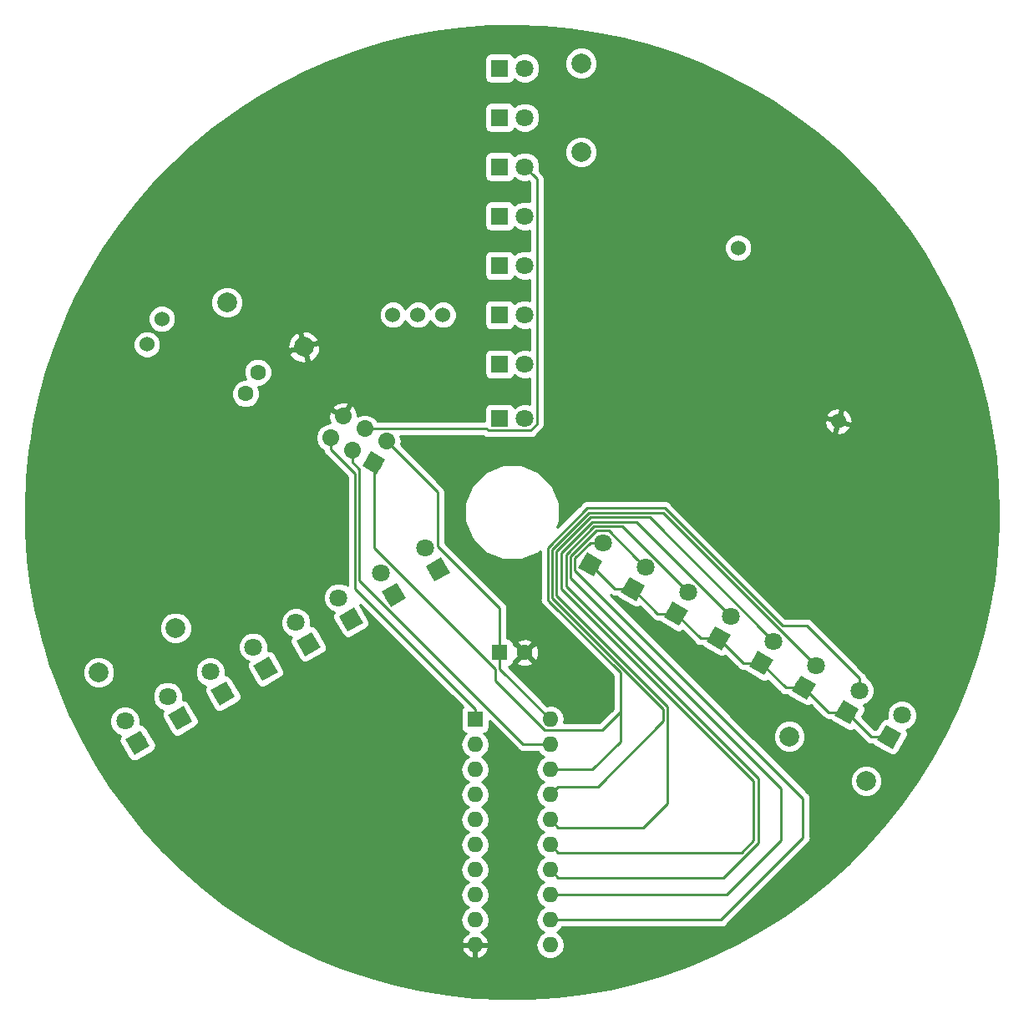
<source format=gbl>
G04 #@! TF.GenerationSoftware,KiCad,Pcbnew,5.0.2-bee76a0~70~ubuntu18.04.1*
G04 #@! TF.CreationDate,2019-02-23T22:01:51+01:00*
G04 #@! TF.ProjectId,led-spindel,6c65642d-7370-4696-9e64-656c2e6b6963,rev?*
G04 #@! TF.SameCoordinates,Original*
G04 #@! TF.FileFunction,Copper,L2,Bot*
G04 #@! TF.FilePolarity,Positive*
%FSLAX46Y46*%
G04 Gerber Fmt 4.6, Leading zero omitted, Abs format (unit mm)*
G04 Created by KiCad (PCBNEW 5.0.2-bee76a0~70~ubuntu18.04.1) date Sa 23 Feb 2019 22:01:51 CET*
%MOMM*%
%LPD*%
G01*
G04 APERTURE LIST*
G04 #@! TA.AperFunction,ComponentPad*
%ADD10C,1.524000*%
G04 #@! TD*
G04 #@! TA.AperFunction,ComponentPad*
%ADD11R,1.600000X1.600000*%
G04 #@! TD*
G04 #@! TA.AperFunction,ComponentPad*
%ADD12C,1.600000*%
G04 #@! TD*
G04 #@! TA.AperFunction,ComponentPad*
%ADD13C,1.700000*%
G04 #@! TD*
G04 #@! TA.AperFunction,Conductor*
%ADD14C,0.100000*%
G04 #@! TD*
G04 #@! TA.AperFunction,Conductor*
%ADD15C,1.700000*%
G04 #@! TD*
G04 #@! TA.AperFunction,ComponentPad*
%ADD16C,2.000000*%
G04 #@! TD*
G04 #@! TA.AperFunction,ComponentPad*
%ADD17O,1.600000X1.600000*%
G04 #@! TD*
G04 #@! TA.AperFunction,ComponentPad*
%ADD18C,1.800000*%
G04 #@! TD*
G04 #@! TA.AperFunction,ComponentPad*
%ADD19R,1.800000X1.800000*%
G04 #@! TD*
G04 #@! TA.AperFunction,Conductor*
%ADD20C,0.250000*%
G04 #@! TD*
G04 #@! TA.AperFunction,Conductor*
%ADD21C,0.254000*%
G04 #@! TD*
G04 APERTURE END LIST*
D10*
G04 #@! TO.P,U2,3*
G04 #@! TO.N,VCC*
X67920000Y-120000000D03*
G04 #@! TO.P,U2,2*
G04 #@! TO.N,N/C*
X73000000Y-120000000D03*
G04 #@! TO.P,U2,1*
G04 #@! TO.N,Net-(BT1-Pad1)*
X70460000Y-120000000D03*
G04 #@! TD*
G04 #@! TO.P,BT1,1*
G04 #@! TO.N,Net-(BT1-Pad1)*
X102920000Y-113201182D03*
G04 #@! TO.P,BT1,2*
G04 #@! TO.N,GND*
X113080000Y-130798818D03*
G04 #@! TD*
D11*
G04 #@! TO.P,C1,1*
G04 #@! TO.N,VCC*
X78750000Y-154250000D03*
D12*
G04 #@! TO.P,C1,2*
G04 #@! TO.N,GND*
X81250000Y-154250000D03*
G04 #@! TD*
G04 #@! TO.P,C2,1*
G04 #@! TO.N,VCC*
X53000000Y-128000000D03*
G04 #@! TO.P,C2,2*
G04 #@! TO.N,Net-(C2-Pad2)*
X54250000Y-125834936D03*
G04 #@! TD*
D13*
G04 #@! TO.P,J1,1*
G04 #@! TO.N,Net-(D15-Pad2)*
X66000000Y-135000000D03*
D14*
G04 #@! TD*
G04 #@! TO.N,Net-(D15-Pad2)*
G04 #@! TO.C,J1*
G36*
X66311122Y-136161122D02*
X64838878Y-135311122D01*
X65688878Y-133838878D01*
X67161122Y-134688878D01*
X66311122Y-136161122D01*
X66311122Y-136161122D01*
G37*
D13*
G04 #@! TO.P,J1,2*
G04 #@! TO.N,VCC*
X67270000Y-132800295D03*
D15*
G04 #@! TD*
G04 #@! TO.N,VCC*
G04 #@! TO.C,J1*
X67270000Y-132800295D02*
X67270000Y-132800295D01*
D13*
G04 #@! TO.P,J1,3*
G04 #@! TO.N,Net-(D16-Pad2)*
X63800295Y-133730000D03*
D15*
G04 #@! TD*
G04 #@! TO.N,Net-(D16-Pad2)*
G04 #@! TO.C,J1*
X63800295Y-133730000D02*
X63800295Y-133730000D01*
D13*
G04 #@! TO.P,J1,4*
G04 #@! TO.N,Net-(D14-Pad2)*
X65070295Y-131530295D03*
D15*
G04 #@! TD*
G04 #@! TO.N,Net-(D14-Pad2)*
G04 #@! TO.C,J1*
X65070295Y-131530295D02*
X65070295Y-131530295D01*
D13*
G04 #@! TO.P,J1,5*
G04 #@! TO.N,Net-(J1-Pad5)*
X61600591Y-132460000D03*
D15*
G04 #@! TD*
G04 #@! TO.N,Net-(J1-Pad5)*
G04 #@! TO.C,J1*
X61600591Y-132460000D02*
X61600591Y-132460000D01*
D13*
G04 #@! TO.P,J1,6*
G04 #@! TO.N,GND*
X62870591Y-130260295D03*
D15*
G04 #@! TD*
G04 #@! TO.N,GND*
G04 #@! TO.C,J1*
X62870591Y-130260295D02*
X62870591Y-130260295D01*
D16*
G04 #@! TO.P,R1,1*
G04 #@! TO.N,GND*
X58897114Y-123250000D03*
G04 #@! TO.P,R1,2*
G04 #@! TO.N,Net-(C2-Pad2)*
X51102886Y-118750000D03*
G04 #@! TD*
G04 #@! TO.P,R2,2*
G04 #@! TO.N,Net-(R2-Pad2)*
X45897114Y-151750000D03*
G04 #@! TO.P,R2,1*
G04 #@! TO.N,Net-(D1-Pad1)*
X38102886Y-156250000D03*
G04 #@! TD*
G04 #@! TO.P,R3,1*
G04 #@! TO.N,Net-(D10-Pad1)*
X115897114Y-167250000D03*
G04 #@! TO.P,R3,2*
G04 #@! TO.N,Net-(R3-Pad2)*
X108102886Y-162750000D03*
G04 #@! TD*
G04 #@! TO.P,R4,2*
G04 #@! TO.N,Net-(R4-Pad2)*
X87000000Y-94500000D03*
G04 #@! TO.P,R4,1*
G04 #@! TO.N,Net-(D17-Pad1)*
X87000000Y-103500000D03*
G04 #@! TD*
D10*
G04 #@! TO.P,SW1,1*
G04 #@! TO.N,VCC*
X43000000Y-123000000D03*
G04 #@! TO.P,SW1,2*
G04 #@! TO.N,Net-(C2-Pad2)*
X44500000Y-120401924D03*
G04 #@! TD*
D11*
G04 #@! TO.P,U1,1*
G04 #@! TO.N,Net-(J1-Pad5)*
X76250000Y-161000000D03*
D17*
G04 #@! TO.P,U1,11*
G04 #@! TO.N,N/C*
X83870000Y-183860000D03*
G04 #@! TO.P,U1,2*
G04 #@! TO.N,Net-(R2-Pad2)*
X76250000Y-163540000D03*
G04 #@! TO.P,U1,12*
G04 #@! TO.N,Net-(D1-Pad2)*
X83870000Y-181320000D03*
G04 #@! TO.P,U1,3*
G04 #@! TO.N,Net-(R3-Pad2)*
X76250000Y-166080000D03*
G04 #@! TO.P,U1,13*
G04 #@! TO.N,Net-(D10-Pad2)*
X83870000Y-178780000D03*
G04 #@! TO.P,U1,4*
G04 #@! TO.N,N/C*
X76250000Y-168620000D03*
G04 #@! TO.P,U1,14*
G04 #@! TO.N,Net-(D11-Pad2)*
X83870000Y-176240000D03*
G04 #@! TO.P,U1,5*
G04 #@! TO.N,Net-(C2-Pad2)*
X76250000Y-171160000D03*
G04 #@! TO.P,U1,15*
G04 #@! TO.N,Net-(D12-Pad2)*
X83870000Y-173700000D03*
G04 #@! TO.P,U1,6*
G04 #@! TO.N,Net-(R4-Pad2)*
X76250000Y-173700000D03*
G04 #@! TO.P,U1,16*
G04 #@! TO.N,Net-(D13-Pad2)*
X83870000Y-171160000D03*
G04 #@! TO.P,U1,7*
G04 #@! TO.N,N/C*
X76250000Y-176240000D03*
G04 #@! TO.P,U1,17*
G04 #@! TO.N,Net-(D14-Pad2)*
X83870000Y-168620000D03*
G04 #@! TO.P,U1,8*
G04 #@! TO.N,N/C*
X76250000Y-178780000D03*
G04 #@! TO.P,U1,18*
G04 #@! TO.N,Net-(D15-Pad2)*
X83870000Y-166080000D03*
G04 #@! TO.P,U1,9*
G04 #@! TO.N,N/C*
X76250000Y-181320000D03*
G04 #@! TO.P,U1,19*
G04 #@! TO.N,Net-(D16-Pad2)*
X83870000Y-163540000D03*
G04 #@! TO.P,U1,10*
G04 #@! TO.N,GND*
X76250000Y-183860000D03*
G04 #@! TO.P,U1,20*
G04 #@! TO.N,VCC*
X83870000Y-161000000D03*
G04 #@! TD*
D18*
G04 #@! TO.P,D1,2*
G04 #@! TO.N,Net-(D1-Pad2)*
X71205847Y-143616610D03*
G04 #@! TO.P,D1,1*
G04 #@! TO.N,Net-(D1-Pad1)*
X72475847Y-145816315D03*
D14*
G04 #@! TD*
G04 #@! TO.N,Net-(D1-Pad1)*
G04 #@! TO.C,D1*
G36*
X73705270Y-146145738D02*
X72146424Y-147045738D01*
X71246424Y-145486892D01*
X72805270Y-144586892D01*
X73705270Y-146145738D01*
X73705270Y-146145738D01*
G37*
D18*
G04 #@! TO.P,D2,1*
G04 #@! TO.N,Net-(D1-Pad1)*
X68014545Y-148392048D03*
D14*
G04 #@! TD*
G04 #@! TO.N,Net-(D1-Pad1)*
G04 #@! TO.C,D2*
G36*
X69243968Y-148721471D02*
X67685122Y-149621471D01*
X66785122Y-148062625D01*
X68343968Y-147162625D01*
X69243968Y-148721471D01*
X69243968Y-148721471D01*
G37*
D18*
G04 #@! TO.P,D2,2*
G04 #@! TO.N,Net-(D10-Pad2)*
X66744545Y-146192343D03*
G04 #@! TD*
G04 #@! TO.P,D3,2*
G04 #@! TO.N,Net-(D11-Pad2)*
X62414418Y-148692343D03*
G04 #@! TO.P,D3,1*
G04 #@! TO.N,Net-(D1-Pad1)*
X63684418Y-150892048D03*
D14*
G04 #@! TD*
G04 #@! TO.N,Net-(D1-Pad1)*
G04 #@! TO.C,D3*
G36*
X64913841Y-151221471D02*
X63354995Y-152121471D01*
X62454995Y-150562625D01*
X64013841Y-149662625D01*
X64913841Y-151221471D01*
X64913841Y-151221471D01*
G37*
D18*
G04 #@! TO.P,D4,1*
G04 #@! TO.N,Net-(D1-Pad1)*
X59354291Y-153392048D03*
D14*
G04 #@! TD*
G04 #@! TO.N,Net-(D1-Pad1)*
G04 #@! TO.C,D4*
G36*
X60583714Y-153721471D02*
X59024868Y-154621471D01*
X58124868Y-153062625D01*
X59683714Y-152162625D01*
X60583714Y-153721471D01*
X60583714Y-153721471D01*
G37*
D18*
G04 #@! TO.P,D4,2*
G04 #@! TO.N,Net-(D12-Pad2)*
X58084291Y-151192343D03*
G04 #@! TD*
G04 #@! TO.P,D5,1*
G04 #@! TO.N,Net-(D1-Pad1)*
X55024164Y-155892048D03*
D14*
G04 #@! TD*
G04 #@! TO.N,Net-(D1-Pad1)*
G04 #@! TO.C,D5*
G36*
X56253587Y-156221471D02*
X54694741Y-157121471D01*
X53794741Y-155562625D01*
X55353587Y-154662625D01*
X56253587Y-156221471D01*
X56253587Y-156221471D01*
G37*
D18*
G04 #@! TO.P,D5,2*
G04 #@! TO.N,Net-(D13-Pad2)*
X53754164Y-153692343D03*
G04 #@! TD*
G04 #@! TO.P,D6,2*
G04 #@! TO.N,Net-(D14-Pad2)*
X49424037Y-156192343D03*
G04 #@! TO.P,D6,1*
G04 #@! TO.N,Net-(D1-Pad1)*
X50694037Y-158392048D03*
D14*
G04 #@! TD*
G04 #@! TO.N,Net-(D1-Pad1)*
G04 #@! TO.C,D6*
G36*
X51923460Y-158721471D02*
X50364614Y-159621471D01*
X49464614Y-158062625D01*
X51023460Y-157162625D01*
X51923460Y-158721471D01*
X51923460Y-158721471D01*
G37*
D18*
G04 #@! TO.P,D7,1*
G04 #@! TO.N,Net-(D1-Pad1)*
X46363910Y-160892048D03*
D14*
G04 #@! TD*
G04 #@! TO.N,Net-(D1-Pad1)*
G04 #@! TO.C,D7*
G36*
X47593333Y-161221471D02*
X46034487Y-162121471D01*
X45134487Y-160562625D01*
X46693333Y-159662625D01*
X47593333Y-161221471D01*
X47593333Y-161221471D01*
G37*
D18*
G04 #@! TO.P,D7,2*
G04 #@! TO.N,Net-(D15-Pad2)*
X45093910Y-158692343D03*
G04 #@! TD*
G04 #@! TO.P,D8,2*
G04 #@! TO.N,Net-(D16-Pad2)*
X40763783Y-161192343D03*
G04 #@! TO.P,D8,1*
G04 #@! TO.N,Net-(D1-Pad1)*
X42033783Y-163392048D03*
D14*
G04 #@! TD*
G04 #@! TO.N,Net-(D1-Pad1)*
G04 #@! TO.C,D8*
G36*
X43263206Y-163721471D02*
X41704360Y-164621471D01*
X40804360Y-163062625D01*
X42363206Y-162162625D01*
X43263206Y-163721471D01*
X43263206Y-163721471D01*
G37*
D18*
G04 #@! TO.P,D9,1*
G04 #@! TO.N,Net-(D10-Pad1)*
X87940819Y-145294045D03*
D14*
G04 #@! TD*
G04 #@! TO.N,Net-(D10-Pad1)*
G04 #@! TO.C,D9*
G36*
X88270242Y-146523468D02*
X86711396Y-145623468D01*
X87611396Y-144064622D01*
X89170242Y-144964622D01*
X88270242Y-146523468D01*
X88270242Y-146523468D01*
G37*
D18*
G04 #@! TO.P,D9,2*
G04 #@! TO.N,Net-(D1-Pad2)*
X89210819Y-143094340D03*
G04 #@! TD*
G04 #@! TO.P,D10,2*
G04 #@! TO.N,Net-(D10-Pad2)*
X93540946Y-145594340D03*
G04 #@! TO.P,D10,1*
G04 #@! TO.N,Net-(D10-Pad1)*
X92270946Y-147794045D03*
D14*
G04 #@! TD*
G04 #@! TO.N,Net-(D10-Pad1)*
G04 #@! TO.C,D10*
G36*
X92600369Y-149023468D02*
X91041523Y-148123468D01*
X91941523Y-146564622D01*
X93500369Y-147464622D01*
X92600369Y-149023468D01*
X92600369Y-149023468D01*
G37*
D18*
G04 #@! TO.P,D11,1*
G04 #@! TO.N,Net-(D10-Pad1)*
X96601073Y-150294045D03*
D14*
G04 #@! TD*
G04 #@! TO.N,Net-(D10-Pad1)*
G04 #@! TO.C,D11*
G36*
X96930496Y-151523468D02*
X95371650Y-150623468D01*
X96271650Y-149064622D01*
X97830496Y-149964622D01*
X96930496Y-151523468D01*
X96930496Y-151523468D01*
G37*
D18*
G04 #@! TO.P,D11,2*
G04 #@! TO.N,Net-(D11-Pad2)*
X97871073Y-148094340D03*
G04 #@! TD*
G04 #@! TO.P,D12,2*
G04 #@! TO.N,Net-(D12-Pad2)*
X102201200Y-150594340D03*
G04 #@! TO.P,D12,1*
G04 #@! TO.N,Net-(D10-Pad1)*
X100931200Y-152794045D03*
D14*
G04 #@! TD*
G04 #@! TO.N,Net-(D10-Pad1)*
G04 #@! TO.C,D12*
G36*
X101260623Y-154023468D02*
X99701777Y-153123468D01*
X100601777Y-151564622D01*
X102160623Y-152464622D01*
X101260623Y-154023468D01*
X101260623Y-154023468D01*
G37*
D18*
G04 #@! TO.P,D13,1*
G04 #@! TO.N,Net-(D10-Pad1)*
X105261327Y-155294045D03*
D14*
G04 #@! TD*
G04 #@! TO.N,Net-(D10-Pad1)*
G04 #@! TO.C,D13*
G36*
X105590750Y-156523468D02*
X104031904Y-155623468D01*
X104931904Y-154064622D01*
X106490750Y-154964622D01*
X105590750Y-156523468D01*
X105590750Y-156523468D01*
G37*
D18*
G04 #@! TO.P,D13,2*
G04 #@! TO.N,Net-(D13-Pad2)*
X106531327Y-153094340D03*
G04 #@! TD*
G04 #@! TO.P,D14,2*
G04 #@! TO.N,Net-(D14-Pad2)*
X110861454Y-155594340D03*
G04 #@! TO.P,D14,1*
G04 #@! TO.N,Net-(D10-Pad1)*
X109591454Y-157794045D03*
D14*
G04 #@! TD*
G04 #@! TO.N,Net-(D10-Pad1)*
G04 #@! TO.C,D14*
G36*
X109920877Y-159023468D02*
X108362031Y-158123468D01*
X109262031Y-156564622D01*
X110820877Y-157464622D01*
X109920877Y-159023468D01*
X109920877Y-159023468D01*
G37*
D18*
G04 #@! TO.P,D15,1*
G04 #@! TO.N,Net-(D10-Pad1)*
X113921581Y-160294045D03*
D14*
G04 #@! TD*
G04 #@! TO.N,Net-(D10-Pad1)*
G04 #@! TO.C,D15*
G36*
X114251004Y-161523468D02*
X112692158Y-160623468D01*
X113592158Y-159064622D01*
X115151004Y-159964622D01*
X114251004Y-161523468D01*
X114251004Y-161523468D01*
G37*
D18*
G04 #@! TO.P,D15,2*
G04 #@! TO.N,Net-(D15-Pad2)*
X115191581Y-158094340D03*
G04 #@! TD*
G04 #@! TO.P,D16,2*
G04 #@! TO.N,Net-(D16-Pad2)*
X119521708Y-160594340D03*
G04 #@! TO.P,D16,1*
G04 #@! TO.N,Net-(D10-Pad1)*
X118251708Y-162794045D03*
D14*
G04 #@! TD*
G04 #@! TO.N,Net-(D10-Pad1)*
G04 #@! TO.C,D16*
G36*
X118581131Y-164023468D02*
X117022285Y-163123468D01*
X117922285Y-161564622D01*
X119481131Y-162464622D01*
X118581131Y-164023468D01*
X118581131Y-164023468D01*
G37*
D18*
G04 #@! TO.P,D17,2*
G04 #@! TO.N,Net-(D1-Pad2)*
X81290000Y-130500000D03*
D19*
G04 #@! TO.P,D17,1*
G04 #@! TO.N,Net-(D17-Pad1)*
X78750000Y-130500000D03*
G04 #@! TD*
G04 #@! TO.P,D18,1*
G04 #@! TO.N,Net-(D17-Pad1)*
X78750000Y-125000000D03*
D18*
G04 #@! TO.P,D18,2*
G04 #@! TO.N,Net-(D10-Pad2)*
X81290000Y-125000000D03*
G04 #@! TD*
G04 #@! TO.P,D19,2*
G04 #@! TO.N,Net-(D11-Pad2)*
X81290000Y-120000000D03*
D19*
G04 #@! TO.P,D19,1*
G04 #@! TO.N,Net-(D17-Pad1)*
X78750000Y-120000000D03*
G04 #@! TD*
G04 #@! TO.P,D20,1*
G04 #@! TO.N,Net-(D17-Pad1)*
X78750000Y-115000000D03*
D18*
G04 #@! TO.P,D20,2*
G04 #@! TO.N,Net-(D12-Pad2)*
X81290000Y-115000000D03*
G04 #@! TD*
G04 #@! TO.P,D21,2*
G04 #@! TO.N,Net-(D13-Pad2)*
X81290000Y-110000000D03*
D19*
G04 #@! TO.P,D21,1*
G04 #@! TO.N,Net-(D17-Pad1)*
X78750000Y-110000000D03*
G04 #@! TD*
G04 #@! TO.P,D22,1*
G04 #@! TO.N,Net-(D17-Pad1)*
X78750000Y-105000000D03*
D18*
G04 #@! TO.P,D22,2*
G04 #@! TO.N,Net-(D14-Pad2)*
X81290000Y-105000000D03*
G04 #@! TD*
G04 #@! TO.P,D23,2*
G04 #@! TO.N,Net-(D15-Pad2)*
X81290000Y-100000000D03*
D19*
G04 #@! TO.P,D23,1*
G04 #@! TO.N,Net-(D17-Pad1)*
X78750000Y-100000000D03*
G04 #@! TD*
G04 #@! TO.P,D24,1*
G04 #@! TO.N,Net-(D17-Pad1)*
X78750000Y-95000000D03*
D18*
G04 #@! TO.P,D24,2*
G04 #@! TO.N,Net-(D16-Pad2)*
X81290000Y-95000000D03*
G04 #@! TD*
D20*
G04 #@! TO.N,VCC*
X78750000Y-155880000D02*
X78750000Y-154250000D01*
X83870000Y-161000000D02*
X78750000Y-155880000D01*
X72430848Y-137961143D02*
X68119999Y-133650294D01*
X68119999Y-133650294D02*
X67270000Y-132800295D01*
X72430848Y-143430848D02*
X72430848Y-137961143D01*
X78750000Y-149750000D02*
X72430848Y-143430848D01*
X78750000Y-154250000D02*
X78750000Y-149750000D01*
G04 #@! TO.N,Net-(D1-Pad2)*
X86386386Y-144645981D02*
X86386386Y-145886386D01*
X89210819Y-143094340D02*
X87938027Y-143094340D01*
X87938027Y-143094340D02*
X86386386Y-144645981D01*
X86386386Y-145886386D02*
X109500000Y-169000000D01*
X109500000Y-169000000D02*
X109500000Y-173000000D01*
X101180000Y-181320000D02*
X83870000Y-181320000D01*
X109500000Y-173000000D02*
X101180000Y-181320000D01*
G04 #@! TO.N,Net-(D10-Pad2)*
X83870000Y-178780000D02*
X101720000Y-178780000D01*
X101720000Y-178780000D02*
X107250000Y-173250000D01*
X107250000Y-173250000D02*
X107250000Y-168000000D01*
X92640947Y-144694341D02*
X93540946Y-145594340D01*
X89815945Y-141869339D02*
X92640947Y-144694341D01*
X88526618Y-141869339D02*
X89815945Y-141869339D01*
X85936377Y-144459580D02*
X88526618Y-141869339D01*
X85936376Y-146686376D02*
X85936377Y-144459580D01*
X107250000Y-168000000D02*
X85936376Y-146686376D01*
G04 #@! TO.N,Net-(D11-Pad2)*
X84669999Y-177039999D02*
X101460001Y-177039999D01*
X83870000Y-176240000D02*
X84669999Y-177039999D01*
X101460001Y-177039999D02*
X105000000Y-173500000D01*
X105000000Y-173500000D02*
X105000000Y-167000000D01*
X91196062Y-141419329D02*
X96971074Y-147194341D01*
X88340218Y-141419329D02*
X91196062Y-141419329D01*
X85486368Y-144273179D02*
X88340218Y-141419329D01*
X85486368Y-147486368D02*
X85486368Y-144273179D01*
X96971074Y-147194341D02*
X97871073Y-148094340D01*
X105000000Y-167000000D02*
X85486368Y-147486368D01*
G04 #@! TO.N,Net-(D12-Pad2)*
X84669999Y-174499999D02*
X103250001Y-174499999D01*
X83870000Y-173700000D02*
X84669999Y-174499999D01*
X103250001Y-174499999D02*
X104500000Y-173250000D01*
X104500000Y-173250000D02*
X104500000Y-167250000D01*
X92576179Y-140969319D02*
X101301201Y-149694341D01*
X88153818Y-140969319D02*
X92576179Y-140969319D01*
X84995001Y-144128136D02*
X88153818Y-140969319D01*
X101301201Y-149694341D02*
X102201200Y-150594340D01*
X84995001Y-147745001D02*
X84995001Y-144128136D01*
X104500000Y-167250000D02*
X84995001Y-147745001D01*
G04 #@! TO.N,Net-(D13-Pad2)*
X93936987Y-140500000D02*
X106531327Y-153094340D01*
X84500000Y-143986727D02*
X87986727Y-140500000D01*
X84669999Y-171959999D02*
X93290001Y-171959999D01*
X83870000Y-171160000D02*
X84669999Y-171959999D01*
X93290001Y-171959999D02*
X95750000Y-169500000D01*
X95750000Y-169500000D02*
X95750000Y-159750000D01*
X95750000Y-159750000D02*
X84500000Y-148500000D01*
X87986727Y-140500000D02*
X93936987Y-140500000D01*
X84500000Y-148500000D02*
X84500000Y-143986727D01*
G04 #@! TO.N,Net-(D14-Pad2)*
X109961455Y-154694341D02*
X110861454Y-155594340D01*
X87800327Y-140049990D02*
X95317104Y-140049990D01*
X84049990Y-148686400D02*
X84049991Y-143800326D01*
X95317104Y-140049990D02*
X109961455Y-154694341D01*
X95299990Y-159936400D02*
X84049990Y-148686400D01*
X95299990Y-161200010D02*
X95299990Y-159936400D01*
X88679999Y-167820001D02*
X95299990Y-161200010D01*
X84049991Y-143800326D02*
X87800327Y-140049990D01*
X84669999Y-167820001D02*
X88679999Y-167820001D01*
X83870000Y-168620000D02*
X84669999Y-167820001D01*
X82189999Y-105899999D02*
X81290000Y-105000000D01*
X82515001Y-106225001D02*
X82189999Y-105899999D01*
X82515001Y-131088001D02*
X82515001Y-106225001D01*
X81878001Y-131725001D02*
X82515001Y-131088001D01*
X77589999Y-131725001D02*
X81878001Y-131725001D01*
X77395293Y-131530295D02*
X77589999Y-131725001D01*
X65070295Y-131530295D02*
X77395293Y-131530295D01*
G04 #@! TO.N,Net-(D15-Pad2)*
X83870000Y-166080000D02*
X88170000Y-166080000D01*
X88170000Y-166080000D02*
X91000000Y-163250000D01*
X91000000Y-156272820D02*
X83750000Y-149022820D01*
X83750000Y-149022820D02*
X83727180Y-149000000D01*
X115191581Y-156821548D02*
X115191581Y-158094340D01*
X109870033Y-151500000D02*
X115191581Y-156821548D01*
X83599981Y-148872801D02*
X83599981Y-143613926D01*
X83750000Y-149022820D02*
X83599981Y-148872801D01*
X83599981Y-143613926D02*
X87617431Y-139596476D01*
X87617431Y-139596476D02*
X95500000Y-139596476D01*
X95500000Y-139596476D02*
X107403524Y-151500000D01*
X107403524Y-151500000D02*
X109870033Y-151500000D01*
X83329999Y-162125001D02*
X89124999Y-162125001D01*
X78299990Y-157094992D02*
X83329999Y-162125001D01*
X78299990Y-155924991D02*
X78299990Y-157094992D01*
X89124999Y-162125001D02*
X91000000Y-160250000D01*
X66000000Y-143625001D02*
X78299990Y-155924991D01*
X66000000Y-135000000D02*
X66000000Y-143625001D01*
X91000000Y-160250000D02*
X91000000Y-156272820D01*
X91000000Y-163250000D02*
X91000000Y-160250000D01*
G04 #@! TO.N,Net-(D16-Pad2)*
X82738630Y-163540000D02*
X83870000Y-163540000D01*
X81144015Y-163540000D02*
X82738630Y-163540000D01*
X64513868Y-146909853D02*
X81144015Y-163540000D01*
X64513868Y-135645654D02*
X64513868Y-146909853D01*
X63800295Y-134932081D02*
X64513868Y-135645654D01*
X63800295Y-133730000D02*
X63800295Y-134932081D01*
G04 #@! TO.N,Net-(D10-Pad1)*
X90440819Y-147794045D02*
X92270946Y-147794045D01*
X87940819Y-145294045D02*
X90440819Y-147794045D01*
X94770946Y-150294045D02*
X96601073Y-150294045D01*
X92270946Y-147794045D02*
X94770946Y-150294045D01*
X99101073Y-152794045D02*
X100931200Y-152794045D01*
X96601073Y-150294045D02*
X99101073Y-152794045D01*
X103431200Y-155294045D02*
X105261327Y-155294045D01*
X100931200Y-152794045D02*
X103431200Y-155294045D01*
X107761327Y-157794045D02*
X109591454Y-157794045D01*
X105261327Y-155294045D02*
X107761327Y-157794045D01*
X112091454Y-160294045D02*
X113921581Y-160294045D01*
X109591454Y-157794045D02*
X112091454Y-160294045D01*
X116421581Y-162794045D02*
X118251708Y-162794045D01*
X113921581Y-160294045D02*
X116421581Y-162794045D01*
G04 #@! TO.N,Net-(J1-Pad5)*
X76250000Y-159950000D02*
X76250000Y-161000000D01*
X64063858Y-147763858D02*
X76250000Y-159950000D01*
X64063858Y-136125348D02*
X64063858Y-147763858D01*
X61600591Y-133662081D02*
X64063858Y-136125348D01*
X61600591Y-132460000D02*
X61600591Y-133662081D01*
G04 #@! TD*
D21*
G04 #@! TO.N,GND*
G36*
X83095886Y-90792308D02*
X85837906Y-91041852D01*
X88561721Y-91444069D01*
X91258836Y-91997708D01*
X93920841Y-92701040D01*
X96539434Y-93551872D01*
X99106450Y-94547552D01*
X101613882Y-95684974D01*
X104053913Y-96960591D01*
X106418932Y-98370425D01*
X108701564Y-99910080D01*
X110894691Y-101574754D01*
X112991474Y-103359256D01*
X114985374Y-105258022D01*
X116870173Y-107265129D01*
X118639993Y-109374319D01*
X120289316Y-111579014D01*
X121812998Y-113872339D01*
X123206287Y-116247143D01*
X124464838Y-118696019D01*
X125584727Y-121211331D01*
X126562462Y-123785235D01*
X127394993Y-126409705D01*
X128079723Y-129076555D01*
X128614519Y-131777470D01*
X128997711Y-134504026D01*
X129228106Y-137247722D01*
X129304984Y-140000000D01*
X129285761Y-141376676D01*
X129132064Y-144125735D01*
X128825151Y-146861928D01*
X128365978Y-149576722D01*
X127755977Y-152261651D01*
X126997051Y-154908343D01*
X126091565Y-157508543D01*
X125042344Y-160054144D01*
X123852660Y-162537206D01*
X122526223Y-164949987D01*
X121067168Y-167284961D01*
X119480047Y-169534849D01*
X117769809Y-171692633D01*
X115941787Y-173751584D01*
X114001681Y-175705282D01*
X111955541Y-177547634D01*
X109809750Y-179272895D01*
X107570997Y-180875684D01*
X105246265Y-182351004D01*
X102842804Y-183694253D01*
X100368107Y-184901243D01*
X97829894Y-185968210D01*
X95236078Y-186891826D01*
X92594749Y-187669212D01*
X89914144Y-188297942D01*
X87202621Y-188776057D01*
X84468638Y-189102064D01*
X81720719Y-189274949D01*
X78967434Y-189294171D01*
X76217370Y-189159670D01*
X73479101Y-188871866D01*
X70761167Y-188431657D01*
X68072045Y-187840415D01*
X65420119Y-187099984D01*
X62813661Y-186212673D01*
X60260797Y-185181250D01*
X58194746Y-184209039D01*
X74858096Y-184209039D01*
X75018959Y-184597423D01*
X75394866Y-185012389D01*
X75900959Y-185251914D01*
X76123000Y-185130629D01*
X76123000Y-183987000D01*
X76377000Y-183987000D01*
X76377000Y-185130629D01*
X76599041Y-185251914D01*
X77105134Y-185012389D01*
X77481041Y-184597423D01*
X77641904Y-184209039D01*
X77519915Y-183987000D01*
X76377000Y-183987000D01*
X76123000Y-183987000D01*
X74980085Y-183987000D01*
X74858096Y-184209039D01*
X58194746Y-184209039D01*
X57769490Y-184008929D01*
X55347508Y-182699369D01*
X53002404Y-181256651D01*
X50741491Y-179685276D01*
X48571820Y-177990143D01*
X46500157Y-176176539D01*
X44532963Y-174250120D01*
X42676371Y-172216892D01*
X40936172Y-170083198D01*
X39317792Y-167855689D01*
X37826279Y-165541313D01*
X36466283Y-163147288D01*
X35344273Y-160887013D01*
X39228783Y-160887013D01*
X39228783Y-161497673D01*
X39462473Y-162061850D01*
X39894276Y-162493653D01*
X40298941Y-162661271D01*
X40290711Y-162668488D01*
X40178981Y-162895055D01*
X40162459Y-163147133D01*
X40243660Y-163386345D01*
X41143660Y-164945191D01*
X41310223Y-165135120D01*
X41536790Y-165246850D01*
X41788868Y-165263372D01*
X42028080Y-165182171D01*
X43586926Y-164282171D01*
X43776855Y-164115608D01*
X43888585Y-163889041D01*
X43905107Y-163636963D01*
X43823906Y-163397751D01*
X42923906Y-161838905D01*
X42757343Y-161648976D01*
X42530776Y-161537246D01*
X42288956Y-161521396D01*
X42298783Y-161497673D01*
X42298783Y-160887013D01*
X42065093Y-160322836D01*
X41633290Y-159891033D01*
X41069113Y-159657343D01*
X40458453Y-159657343D01*
X39894276Y-159891033D01*
X39462473Y-160322836D01*
X39228783Y-160887013D01*
X35344273Y-160887013D01*
X35242046Y-160681078D01*
X34258809Y-158387013D01*
X43558910Y-158387013D01*
X43558910Y-158997673D01*
X43792600Y-159561850D01*
X44224403Y-159993653D01*
X44629068Y-160161271D01*
X44620838Y-160168488D01*
X44509108Y-160395055D01*
X44492586Y-160647133D01*
X44573787Y-160886345D01*
X45473787Y-162445191D01*
X45640350Y-162635120D01*
X45866917Y-162746850D01*
X46118995Y-162763372D01*
X46358207Y-162682171D01*
X47917053Y-161782171D01*
X48106982Y-161615608D01*
X48218712Y-161389041D01*
X48235234Y-161136963D01*
X48154033Y-160897751D01*
X47254033Y-159338905D01*
X47087470Y-159148976D01*
X46860903Y-159037246D01*
X46619083Y-159021396D01*
X46628910Y-158997673D01*
X46628910Y-158387013D01*
X46395220Y-157822836D01*
X45963417Y-157391033D01*
X45399240Y-157157343D01*
X44788580Y-157157343D01*
X44224403Y-157391033D01*
X43792600Y-157822836D01*
X43558910Y-158387013D01*
X34258809Y-158387013D01*
X34157385Y-158150375D01*
X33347334Y-155924778D01*
X36467886Y-155924778D01*
X36467886Y-156575222D01*
X36716800Y-157176153D01*
X37176733Y-157636086D01*
X37777664Y-157885000D01*
X38428108Y-157885000D01*
X39029039Y-157636086D01*
X39488972Y-157176153D01*
X39737886Y-156575222D01*
X39737886Y-155924778D01*
X39722244Y-155887013D01*
X47889037Y-155887013D01*
X47889037Y-156497673D01*
X48122727Y-157061850D01*
X48554530Y-157493653D01*
X48959195Y-157661271D01*
X48950965Y-157668488D01*
X48839235Y-157895055D01*
X48822713Y-158147133D01*
X48903914Y-158386345D01*
X49803914Y-159945191D01*
X49970477Y-160135120D01*
X50197044Y-160246850D01*
X50449122Y-160263372D01*
X50688334Y-160182171D01*
X52247180Y-159282171D01*
X52437109Y-159115608D01*
X52548839Y-158889041D01*
X52565361Y-158636963D01*
X52484160Y-158397751D01*
X51584160Y-156838905D01*
X51417597Y-156648976D01*
X51191030Y-156537246D01*
X50949210Y-156521396D01*
X50959037Y-156497673D01*
X50959037Y-155887013D01*
X50725347Y-155322836D01*
X50293544Y-154891033D01*
X49729367Y-154657343D01*
X49118707Y-154657343D01*
X48554530Y-154891033D01*
X48122727Y-155322836D01*
X47889037Y-155887013D01*
X39722244Y-155887013D01*
X39488972Y-155323847D01*
X39029039Y-154863914D01*
X38428108Y-154615000D01*
X37777664Y-154615000D01*
X37176733Y-154863914D01*
X36716800Y-155323847D01*
X36467886Y-155924778D01*
X33347334Y-155924778D01*
X33215683Y-155563071D01*
X32558693Y-153387013D01*
X52219164Y-153387013D01*
X52219164Y-153997673D01*
X52452854Y-154561850D01*
X52884657Y-154993653D01*
X53289322Y-155161271D01*
X53281092Y-155168488D01*
X53169362Y-155395055D01*
X53152840Y-155647133D01*
X53234041Y-155886345D01*
X54134041Y-157445191D01*
X54300604Y-157635120D01*
X54527171Y-157746850D01*
X54779249Y-157763372D01*
X55018461Y-157682171D01*
X56577307Y-156782171D01*
X56767236Y-156615608D01*
X56878966Y-156389041D01*
X56895488Y-156136963D01*
X56814287Y-155897751D01*
X55914287Y-154338905D01*
X55747724Y-154148976D01*
X55521157Y-154037246D01*
X55279337Y-154021396D01*
X55289164Y-153997673D01*
X55289164Y-153387013D01*
X55055474Y-152822836D01*
X54623671Y-152391033D01*
X54059494Y-152157343D01*
X53448834Y-152157343D01*
X52884657Y-152391033D01*
X52452854Y-152822836D01*
X52219164Y-153387013D01*
X32558693Y-153387013D01*
X32419877Y-152927233D01*
X32056395Y-151424778D01*
X44262114Y-151424778D01*
X44262114Y-152075222D01*
X44511028Y-152676153D01*
X44970961Y-153136086D01*
X45571892Y-153385000D01*
X46222336Y-153385000D01*
X46823267Y-153136086D01*
X47283200Y-152676153D01*
X47532114Y-152075222D01*
X47532114Y-151424778D01*
X47309365Y-150887013D01*
X56549291Y-150887013D01*
X56549291Y-151497673D01*
X56782981Y-152061850D01*
X57214784Y-152493653D01*
X57619449Y-152661271D01*
X57611219Y-152668488D01*
X57499489Y-152895055D01*
X57482967Y-153147133D01*
X57564168Y-153386345D01*
X58464168Y-154945191D01*
X58630731Y-155135120D01*
X58857298Y-155246850D01*
X59109376Y-155263372D01*
X59348588Y-155182171D01*
X60907434Y-154282171D01*
X61097363Y-154115608D01*
X61209093Y-153889041D01*
X61225615Y-153636963D01*
X61144414Y-153397751D01*
X60244414Y-151838905D01*
X60077851Y-151648976D01*
X59851284Y-151537246D01*
X59609464Y-151521396D01*
X59619291Y-151497673D01*
X59619291Y-150887013D01*
X59385601Y-150322836D01*
X58953798Y-149891033D01*
X58389621Y-149657343D01*
X57778961Y-149657343D01*
X57214784Y-149891033D01*
X56782981Y-150322836D01*
X56549291Y-150887013D01*
X47309365Y-150887013D01*
X47283200Y-150823847D01*
X46823267Y-150363914D01*
X46222336Y-150115000D01*
X45571892Y-150115000D01*
X44970961Y-150363914D01*
X44511028Y-150823847D01*
X44262114Y-151424778D01*
X32056395Y-151424778D01*
X31772448Y-150251083D01*
X31275415Y-147542964D01*
X30930329Y-144811323D01*
X30738265Y-142064678D01*
X30699822Y-139311595D01*
X30815120Y-136560658D01*
X31083801Y-133820447D01*
X31294408Y-132460000D01*
X60086499Y-132460000D01*
X60201752Y-133039418D01*
X60529966Y-133530625D01*
X60840878Y-133738370D01*
X60884688Y-133958618D01*
X60997985Y-134128178D01*
X61052663Y-134210010D01*
X61116119Y-134252410D01*
X63303858Y-136440150D01*
X63303859Y-147410967D01*
X63283925Y-147391033D01*
X62719748Y-147157343D01*
X62109088Y-147157343D01*
X61544911Y-147391033D01*
X61113108Y-147822836D01*
X60879418Y-148387013D01*
X60879418Y-148997673D01*
X61113108Y-149561850D01*
X61544911Y-149993653D01*
X61949576Y-150161271D01*
X61941346Y-150168488D01*
X61829616Y-150395055D01*
X61813094Y-150647133D01*
X61894295Y-150886345D01*
X62794295Y-152445191D01*
X62960858Y-152635120D01*
X63187425Y-152746850D01*
X63439503Y-152763372D01*
X63678715Y-152682171D01*
X65237561Y-151782171D01*
X65427490Y-151615608D01*
X65539220Y-151389041D01*
X65555742Y-151136963D01*
X65474541Y-150897751D01*
X64588798Y-149363600D01*
X74982256Y-159757059D01*
X74851843Y-159952235D01*
X74802560Y-160200000D01*
X74802560Y-161800000D01*
X74851843Y-162047765D01*
X74992191Y-162257809D01*
X75202235Y-162398157D01*
X75336106Y-162424785D01*
X75215423Y-162505423D01*
X74898260Y-162980091D01*
X74786887Y-163540000D01*
X74898260Y-164099909D01*
X75215423Y-164574577D01*
X75567758Y-164810000D01*
X75215423Y-165045423D01*
X74898260Y-165520091D01*
X74786887Y-166080000D01*
X74898260Y-166639909D01*
X75215423Y-167114577D01*
X75567758Y-167350000D01*
X75215423Y-167585423D01*
X74898260Y-168060091D01*
X74786887Y-168620000D01*
X74898260Y-169179909D01*
X75215423Y-169654577D01*
X75567758Y-169890000D01*
X75215423Y-170125423D01*
X74898260Y-170600091D01*
X74786887Y-171160000D01*
X74898260Y-171719909D01*
X75215423Y-172194577D01*
X75567758Y-172430000D01*
X75215423Y-172665423D01*
X74898260Y-173140091D01*
X74786887Y-173700000D01*
X74898260Y-174259909D01*
X75215423Y-174734577D01*
X75567758Y-174970000D01*
X75215423Y-175205423D01*
X74898260Y-175680091D01*
X74786887Y-176240000D01*
X74898260Y-176799909D01*
X75215423Y-177274577D01*
X75567758Y-177510000D01*
X75215423Y-177745423D01*
X74898260Y-178220091D01*
X74786887Y-178780000D01*
X74898260Y-179339909D01*
X75215423Y-179814577D01*
X75567758Y-180050000D01*
X75215423Y-180285423D01*
X74898260Y-180760091D01*
X74786887Y-181320000D01*
X74898260Y-181879909D01*
X75215423Y-182354577D01*
X75599108Y-182610947D01*
X75394866Y-182707611D01*
X75018959Y-183122577D01*
X74858096Y-183510961D01*
X74980085Y-183733000D01*
X76123000Y-183733000D01*
X76123000Y-183713000D01*
X76377000Y-183713000D01*
X76377000Y-183733000D01*
X77519915Y-183733000D01*
X77641904Y-183510961D01*
X77481041Y-183122577D01*
X77105134Y-182707611D01*
X76900892Y-182610947D01*
X77284577Y-182354577D01*
X77601740Y-181879909D01*
X77713113Y-181320000D01*
X77601740Y-180760091D01*
X77284577Y-180285423D01*
X76932242Y-180050000D01*
X77284577Y-179814577D01*
X77601740Y-179339909D01*
X77713113Y-178780000D01*
X77601740Y-178220091D01*
X77284577Y-177745423D01*
X76932242Y-177510000D01*
X77284577Y-177274577D01*
X77601740Y-176799909D01*
X77713113Y-176240000D01*
X77601740Y-175680091D01*
X77284577Y-175205423D01*
X76932242Y-174970000D01*
X77284577Y-174734577D01*
X77601740Y-174259909D01*
X77713113Y-173700000D01*
X77601740Y-173140091D01*
X77284577Y-172665423D01*
X76932242Y-172430000D01*
X77284577Y-172194577D01*
X77601740Y-171719909D01*
X77713113Y-171160000D01*
X77601740Y-170600091D01*
X77284577Y-170125423D01*
X76932242Y-169890000D01*
X77284577Y-169654577D01*
X77601740Y-169179909D01*
X77713113Y-168620000D01*
X77601740Y-168060091D01*
X77284577Y-167585423D01*
X76932242Y-167350000D01*
X77284577Y-167114577D01*
X77601740Y-166639909D01*
X77713113Y-166080000D01*
X77601740Y-165520091D01*
X77284577Y-165045423D01*
X76932242Y-164810000D01*
X77284577Y-164574577D01*
X77601740Y-164099909D01*
X77713113Y-163540000D01*
X77601740Y-162980091D01*
X77284577Y-162505423D01*
X77163894Y-162424785D01*
X77297765Y-162398157D01*
X77507809Y-162257809D01*
X77648157Y-162047765D01*
X77697440Y-161800000D01*
X77697440Y-161168228D01*
X80553688Y-164024476D01*
X80596086Y-164087929D01*
X80659539Y-164130327D01*
X80659541Y-164130329D01*
X80784917Y-164214102D01*
X80847478Y-164255904D01*
X81069163Y-164300000D01*
X81069167Y-164300000D01*
X81144014Y-164314888D01*
X81218861Y-164300000D01*
X82651957Y-164300000D01*
X82835423Y-164574577D01*
X83187758Y-164810000D01*
X82835423Y-165045423D01*
X82518260Y-165520091D01*
X82406887Y-166080000D01*
X82518260Y-166639909D01*
X82835423Y-167114577D01*
X83187758Y-167350000D01*
X82835423Y-167585423D01*
X82518260Y-168060091D01*
X82406887Y-168620000D01*
X82518260Y-169179909D01*
X82835423Y-169654577D01*
X83187758Y-169890000D01*
X82835423Y-170125423D01*
X82518260Y-170600091D01*
X82406887Y-171160000D01*
X82518260Y-171719909D01*
X82835423Y-172194577D01*
X83187758Y-172430000D01*
X82835423Y-172665423D01*
X82518260Y-173140091D01*
X82406887Y-173700000D01*
X82518260Y-174259909D01*
X82835423Y-174734577D01*
X83187758Y-174970000D01*
X82835423Y-175205423D01*
X82518260Y-175680091D01*
X82406887Y-176240000D01*
X82518260Y-176799909D01*
X82835423Y-177274577D01*
X83187758Y-177510000D01*
X82835423Y-177745423D01*
X82518260Y-178220091D01*
X82406887Y-178780000D01*
X82518260Y-179339909D01*
X82835423Y-179814577D01*
X83187758Y-180050000D01*
X82835423Y-180285423D01*
X82518260Y-180760091D01*
X82406887Y-181320000D01*
X82518260Y-181879909D01*
X82835423Y-182354577D01*
X83187758Y-182590000D01*
X82835423Y-182825423D01*
X82518260Y-183300091D01*
X82406887Y-183860000D01*
X82518260Y-184419909D01*
X82835423Y-184894577D01*
X83310091Y-185211740D01*
X83728667Y-185295000D01*
X84011333Y-185295000D01*
X84429909Y-185211740D01*
X84904577Y-184894577D01*
X85221740Y-184419909D01*
X85333113Y-183860000D01*
X85221740Y-183300091D01*
X84904577Y-182825423D01*
X84552242Y-182590000D01*
X84904577Y-182354577D01*
X85088043Y-182080000D01*
X101105153Y-182080000D01*
X101180000Y-182094888D01*
X101254847Y-182080000D01*
X101254852Y-182080000D01*
X101476537Y-182035904D01*
X101727929Y-181867929D01*
X101770331Y-181804470D01*
X109984473Y-173590329D01*
X110047929Y-173547929D01*
X110090924Y-173483582D01*
X110215904Y-173296538D01*
X110225480Y-173248395D01*
X110260000Y-173074852D01*
X110260000Y-173074848D01*
X110274888Y-173000000D01*
X110260000Y-172925152D01*
X110260000Y-169074846D01*
X110274888Y-168999999D01*
X110260000Y-168925152D01*
X110260000Y-168925148D01*
X110215904Y-168703463D01*
X110140310Y-168590329D01*
X110090329Y-168515526D01*
X110090327Y-168515524D01*
X110047929Y-168452071D01*
X109984476Y-168409673D01*
X108499581Y-166924778D01*
X114262114Y-166924778D01*
X114262114Y-167575222D01*
X114511028Y-168176153D01*
X114970961Y-168636086D01*
X115571892Y-168885000D01*
X116222336Y-168885000D01*
X116823267Y-168636086D01*
X117283200Y-168176153D01*
X117532114Y-167575222D01*
X117532114Y-166924778D01*
X117283200Y-166323847D01*
X116823267Y-165863914D01*
X116222336Y-165615000D01*
X115571892Y-165615000D01*
X114970961Y-165863914D01*
X114511028Y-166323847D01*
X114262114Y-166924778D01*
X108499581Y-166924778D01*
X103999581Y-162424778D01*
X106467886Y-162424778D01*
X106467886Y-163075222D01*
X106716800Y-163676153D01*
X107176733Y-164136086D01*
X107777664Y-164385000D01*
X108428108Y-164385000D01*
X109029039Y-164136086D01*
X109488972Y-163676153D01*
X109737886Y-163075222D01*
X109737886Y-162424778D01*
X109488972Y-161823847D01*
X109029039Y-161363914D01*
X108428108Y-161115000D01*
X107777664Y-161115000D01*
X107176733Y-161363914D01*
X106716800Y-161823847D01*
X106467886Y-162424778D01*
X103999581Y-162424778D01*
X89964873Y-148390071D01*
X90144282Y-148509949D01*
X90365967Y-148554045D01*
X90365972Y-148554045D01*
X90440819Y-148568933D01*
X90515666Y-148554045D01*
X90569426Y-148554045D01*
X90717803Y-148684168D01*
X92276649Y-149584168D01*
X92515861Y-149665369D01*
X92767939Y-149648847D01*
X92957477Y-149555378D01*
X94180616Y-150778517D01*
X94223017Y-150841974D01*
X94474409Y-151009949D01*
X94696094Y-151054045D01*
X94696099Y-151054045D01*
X94770946Y-151068933D01*
X94845793Y-151054045D01*
X94899553Y-151054045D01*
X95047930Y-151184168D01*
X96606776Y-152084168D01*
X96845988Y-152165369D01*
X97098066Y-152148847D01*
X97287604Y-152055378D01*
X98510743Y-153278517D01*
X98553144Y-153341974D01*
X98804536Y-153509949D01*
X99026221Y-153554045D01*
X99026226Y-153554045D01*
X99101073Y-153568933D01*
X99175920Y-153554045D01*
X99229680Y-153554045D01*
X99378057Y-153684168D01*
X100936903Y-154584168D01*
X101176115Y-154665369D01*
X101428193Y-154648847D01*
X101617731Y-154555378D01*
X102840870Y-155778517D01*
X102883271Y-155841974D01*
X103134663Y-156009949D01*
X103356348Y-156054045D01*
X103356353Y-156054045D01*
X103431200Y-156068933D01*
X103506047Y-156054045D01*
X103559807Y-156054045D01*
X103708184Y-156184168D01*
X105267030Y-157084168D01*
X105506242Y-157165369D01*
X105758320Y-157148847D01*
X105947858Y-157055378D01*
X107170997Y-158278517D01*
X107213398Y-158341974D01*
X107464790Y-158509949D01*
X107686475Y-158554045D01*
X107686480Y-158554045D01*
X107761327Y-158568933D01*
X107836174Y-158554045D01*
X107889934Y-158554045D01*
X108038311Y-158684168D01*
X109597157Y-159584168D01*
X109836369Y-159665369D01*
X110088447Y-159648847D01*
X110277985Y-159555378D01*
X111501124Y-160778517D01*
X111543525Y-160841974D01*
X111794917Y-161009949D01*
X112016602Y-161054045D01*
X112016607Y-161054045D01*
X112091454Y-161068933D01*
X112166301Y-161054045D01*
X112220061Y-161054045D01*
X112368438Y-161184168D01*
X113927284Y-162084168D01*
X114166496Y-162165369D01*
X114418574Y-162148847D01*
X114608112Y-162055378D01*
X115831252Y-163278518D01*
X115873652Y-163341974D01*
X116125044Y-163509949D01*
X116346729Y-163554045D01*
X116346734Y-163554045D01*
X116421581Y-163568933D01*
X116496428Y-163554045D01*
X116550188Y-163554045D01*
X116698565Y-163684168D01*
X118257411Y-164584168D01*
X118496623Y-164665369D01*
X118748701Y-164648847D01*
X118975268Y-164537117D01*
X119141831Y-164347188D01*
X120041831Y-162788342D01*
X120123032Y-162549130D01*
X120106510Y-162297052D01*
X119994780Y-162070485D01*
X119986550Y-162063268D01*
X120391215Y-161895650D01*
X120823018Y-161463847D01*
X121056708Y-160899670D01*
X121056708Y-160289010D01*
X120823018Y-159724833D01*
X120391215Y-159293030D01*
X119827038Y-159059340D01*
X119216378Y-159059340D01*
X118652201Y-159293030D01*
X118220398Y-159724833D01*
X117986708Y-160289010D01*
X117986708Y-160899670D01*
X117996535Y-160923393D01*
X117754715Y-160939243D01*
X117528148Y-161050973D01*
X117361585Y-161240902D01*
X116903664Y-162034045D01*
X116736383Y-162034045D01*
X115447791Y-160745453D01*
X115711704Y-160288342D01*
X115792905Y-160049130D01*
X115776383Y-159797052D01*
X115664653Y-159570485D01*
X115656423Y-159563268D01*
X116061088Y-159395650D01*
X116492891Y-158963847D01*
X116726581Y-158399670D01*
X116726581Y-157789010D01*
X116492891Y-157224833D01*
X116061088Y-156793030D01*
X115951791Y-156747758D01*
X115951581Y-156746700D01*
X115951581Y-156746696D01*
X115907485Y-156525011D01*
X115803394Y-156369228D01*
X115781910Y-156337074D01*
X115781908Y-156337072D01*
X115739510Y-156273619D01*
X115676057Y-156231221D01*
X110460364Y-151015530D01*
X110417962Y-150952071D01*
X110166570Y-150784096D01*
X109944885Y-150740000D01*
X109944880Y-150740000D01*
X109870033Y-150725112D01*
X109795186Y-150740000D01*
X107718326Y-150740000D01*
X96090331Y-139112006D01*
X96047929Y-139048547D01*
X95796537Y-138880572D01*
X95574852Y-138836476D01*
X95574847Y-138836476D01*
X95500000Y-138821588D01*
X95425153Y-138836476D01*
X87692277Y-138836476D01*
X87617430Y-138821588D01*
X87542583Y-138836476D01*
X87542579Y-138836476D01*
X87320894Y-138880572D01*
X87069502Y-139048547D01*
X87027102Y-139112003D01*
X84592912Y-141546194D01*
X84835000Y-140961741D01*
X84835000Y-139038259D01*
X84098915Y-137261193D01*
X82738807Y-135901085D01*
X80961741Y-135165000D01*
X79038259Y-135165000D01*
X77261193Y-135901085D01*
X75901085Y-137261193D01*
X75165000Y-139038259D01*
X75165000Y-140961741D01*
X75901085Y-142738807D01*
X77261193Y-144098915D01*
X79038259Y-144835000D01*
X80961741Y-144835000D01*
X82738807Y-144098915D01*
X82839982Y-143997740D01*
X82839981Y-148797954D01*
X82825093Y-148872801D01*
X82839981Y-148947648D01*
X82839981Y-148947652D01*
X82884077Y-149169337D01*
X83052052Y-149420730D01*
X83115511Y-149463132D01*
X83136851Y-149484472D01*
X83265527Y-149613149D01*
X83265530Y-149613151D01*
X90240001Y-156587624D01*
X90240000Y-159935198D01*
X88810198Y-161365001D01*
X85260510Y-161365001D01*
X85333113Y-161000000D01*
X85221740Y-160440091D01*
X84904577Y-159965423D01*
X84429909Y-159648260D01*
X84011333Y-159565000D01*
X83728667Y-159565000D01*
X83546115Y-159601312D01*
X79626937Y-155682136D01*
X79797765Y-155648157D01*
X80007809Y-155507809D01*
X80148157Y-155297765D01*
X80156117Y-155257745D01*
X80421861Y-155257745D01*
X80495995Y-155503864D01*
X81033223Y-155696965D01*
X81603454Y-155669778D01*
X82004005Y-155503864D01*
X82078139Y-155257745D01*
X81250000Y-154429605D01*
X80421861Y-155257745D01*
X80156117Y-155257745D01*
X80194693Y-155063813D01*
X80242255Y-155078139D01*
X81070395Y-154250000D01*
X81429605Y-154250000D01*
X82257745Y-155078139D01*
X82503864Y-155004005D01*
X82696965Y-154466777D01*
X82669778Y-153896546D01*
X82503864Y-153495995D01*
X82257745Y-153421861D01*
X81429605Y-154250000D01*
X81070395Y-154250000D01*
X80242255Y-153421861D01*
X80194693Y-153436187D01*
X80156118Y-153242255D01*
X80421861Y-153242255D01*
X81250000Y-154070395D01*
X82078139Y-153242255D01*
X82004005Y-152996136D01*
X81466777Y-152803035D01*
X80896546Y-152830222D01*
X80495995Y-152996136D01*
X80421861Y-153242255D01*
X80156118Y-153242255D01*
X80148157Y-153202235D01*
X80007809Y-152992191D01*
X79797765Y-152851843D01*
X79550000Y-152802560D01*
X79510000Y-152802560D01*
X79510000Y-149824846D01*
X79524888Y-149749999D01*
X79510000Y-149675152D01*
X79510000Y-149675148D01*
X79465904Y-149453463D01*
X79376297Y-149319357D01*
X79340329Y-149265526D01*
X79340327Y-149265524D01*
X79297929Y-149202071D01*
X79234476Y-149159673D01*
X73190848Y-143116047D01*
X73190848Y-138035989D01*
X73205736Y-137961142D01*
X73190848Y-137886295D01*
X73190848Y-137886291D01*
X73146752Y-137664606D01*
X72978777Y-137413214D01*
X72915321Y-137370814D01*
X68711209Y-133166703D01*
X68784092Y-132800295D01*
X68682647Y-132290295D01*
X77068059Y-132290295D01*
X77293462Y-132440905D01*
X77515147Y-132485001D01*
X77515152Y-132485001D01*
X77589999Y-132499889D01*
X77664846Y-132485001D01*
X81803154Y-132485001D01*
X81878001Y-132499889D01*
X81952848Y-132485001D01*
X81952853Y-132485001D01*
X82174538Y-132440905D01*
X82425930Y-132272930D01*
X82468332Y-132209471D01*
X82629791Y-132048012D01*
X112876760Y-132048012D01*
X113058010Y-132223017D01*
X113604701Y-132123022D01*
X114071511Y-131821428D01*
X114324388Y-131491873D01*
X114263454Y-131247404D01*
X113169803Y-130954361D01*
X112876760Y-132048012D01*
X82629791Y-132048012D01*
X82999474Y-131678330D01*
X83062930Y-131635930D01*
X83230905Y-131384538D01*
X83275001Y-131162853D01*
X83275001Y-131162849D01*
X83289889Y-131088002D01*
X83275001Y-131013155D01*
X83275001Y-130776828D01*
X111655801Y-130776828D01*
X111755796Y-131323519D01*
X112057390Y-131790329D01*
X112386945Y-132043206D01*
X112631414Y-131982272D01*
X112924457Y-130888621D01*
X112254159Y-130709015D01*
X113235543Y-130709015D01*
X114329194Y-131002058D01*
X114504199Y-130820808D01*
X114404204Y-130274117D01*
X114102610Y-129807307D01*
X113773055Y-129554430D01*
X113528586Y-129615364D01*
X113235543Y-130709015D01*
X112254159Y-130709015D01*
X111830806Y-130595578D01*
X111655801Y-130776828D01*
X83275001Y-130776828D01*
X83275001Y-130105763D01*
X111835612Y-130105763D01*
X111896546Y-130350232D01*
X112990197Y-130643275D01*
X113283240Y-129549624D01*
X113101990Y-129374619D01*
X112555299Y-129474614D01*
X112088489Y-129776208D01*
X111835612Y-130105763D01*
X83275001Y-130105763D01*
X83275001Y-112923301D01*
X101523000Y-112923301D01*
X101523000Y-113479063D01*
X101735680Y-113992519D01*
X102128663Y-114385502D01*
X102642119Y-114598182D01*
X103197881Y-114598182D01*
X103711337Y-114385502D01*
X104104320Y-113992519D01*
X104317000Y-113479063D01*
X104317000Y-112923301D01*
X104104320Y-112409845D01*
X103711337Y-112016862D01*
X103197881Y-111804182D01*
X102642119Y-111804182D01*
X102128663Y-112016862D01*
X101735680Y-112409845D01*
X101523000Y-112923301D01*
X83275001Y-112923301D01*
X83275001Y-106299847D01*
X83289889Y-106225000D01*
X83275001Y-106150153D01*
X83275001Y-106150149D01*
X83230905Y-105928464D01*
X83062930Y-105677072D01*
X82999471Y-105634670D01*
X82780330Y-105415529D01*
X82780328Y-105415526D01*
X82779640Y-105414838D01*
X82825000Y-105305330D01*
X82825000Y-104694670D01*
X82591310Y-104130493D01*
X82159507Y-103698690D01*
X81595330Y-103465000D01*
X80984670Y-103465000D01*
X80420493Y-103698690D01*
X80251275Y-103867908D01*
X80248157Y-103852235D01*
X80107809Y-103642191D01*
X79897765Y-103501843D01*
X79650000Y-103452560D01*
X77850000Y-103452560D01*
X77602235Y-103501843D01*
X77392191Y-103642191D01*
X77251843Y-103852235D01*
X77202560Y-104100000D01*
X77202560Y-105900000D01*
X77251843Y-106147765D01*
X77392191Y-106357809D01*
X77602235Y-106498157D01*
X77850000Y-106547440D01*
X79650000Y-106547440D01*
X79897765Y-106498157D01*
X80107809Y-106357809D01*
X80248157Y-106147765D01*
X80251275Y-106132092D01*
X80420493Y-106301310D01*
X80984670Y-106535000D01*
X81595330Y-106535000D01*
X81704838Y-106489640D01*
X81705526Y-106490328D01*
X81705529Y-106490330D01*
X81755002Y-106539803D01*
X81755002Y-108531138D01*
X81595330Y-108465000D01*
X80984670Y-108465000D01*
X80420493Y-108698690D01*
X80251275Y-108867908D01*
X80248157Y-108852235D01*
X80107809Y-108642191D01*
X79897765Y-108501843D01*
X79650000Y-108452560D01*
X77850000Y-108452560D01*
X77602235Y-108501843D01*
X77392191Y-108642191D01*
X77251843Y-108852235D01*
X77202560Y-109100000D01*
X77202560Y-110900000D01*
X77251843Y-111147765D01*
X77392191Y-111357809D01*
X77602235Y-111498157D01*
X77850000Y-111547440D01*
X79650000Y-111547440D01*
X79897765Y-111498157D01*
X80107809Y-111357809D01*
X80248157Y-111147765D01*
X80251275Y-111132092D01*
X80420493Y-111301310D01*
X80984670Y-111535000D01*
X81595330Y-111535000D01*
X81755002Y-111468862D01*
X81755002Y-113531138D01*
X81595330Y-113465000D01*
X80984670Y-113465000D01*
X80420493Y-113698690D01*
X80251275Y-113867908D01*
X80248157Y-113852235D01*
X80107809Y-113642191D01*
X79897765Y-113501843D01*
X79650000Y-113452560D01*
X77850000Y-113452560D01*
X77602235Y-113501843D01*
X77392191Y-113642191D01*
X77251843Y-113852235D01*
X77202560Y-114100000D01*
X77202560Y-115900000D01*
X77251843Y-116147765D01*
X77392191Y-116357809D01*
X77602235Y-116498157D01*
X77850000Y-116547440D01*
X79650000Y-116547440D01*
X79897765Y-116498157D01*
X80107809Y-116357809D01*
X80248157Y-116147765D01*
X80251275Y-116132092D01*
X80420493Y-116301310D01*
X80984670Y-116535000D01*
X81595330Y-116535000D01*
X81755002Y-116468862D01*
X81755002Y-118531138D01*
X81595330Y-118465000D01*
X80984670Y-118465000D01*
X80420493Y-118698690D01*
X80251275Y-118867908D01*
X80248157Y-118852235D01*
X80107809Y-118642191D01*
X79897765Y-118501843D01*
X79650000Y-118452560D01*
X77850000Y-118452560D01*
X77602235Y-118501843D01*
X77392191Y-118642191D01*
X77251843Y-118852235D01*
X77202560Y-119100000D01*
X77202560Y-120900000D01*
X77251843Y-121147765D01*
X77392191Y-121357809D01*
X77602235Y-121498157D01*
X77850000Y-121547440D01*
X79650000Y-121547440D01*
X79897765Y-121498157D01*
X80107809Y-121357809D01*
X80248157Y-121147765D01*
X80251275Y-121132092D01*
X80420493Y-121301310D01*
X80984670Y-121535000D01*
X81595330Y-121535000D01*
X81755001Y-121468862D01*
X81755001Y-123531138D01*
X81595330Y-123465000D01*
X80984670Y-123465000D01*
X80420493Y-123698690D01*
X80251275Y-123867908D01*
X80248157Y-123852235D01*
X80107809Y-123642191D01*
X79897765Y-123501843D01*
X79650000Y-123452560D01*
X77850000Y-123452560D01*
X77602235Y-123501843D01*
X77392191Y-123642191D01*
X77251843Y-123852235D01*
X77202560Y-124100000D01*
X77202560Y-125900000D01*
X77251843Y-126147765D01*
X77392191Y-126357809D01*
X77602235Y-126498157D01*
X77850000Y-126547440D01*
X79650000Y-126547440D01*
X79897765Y-126498157D01*
X80107809Y-126357809D01*
X80248157Y-126147765D01*
X80251275Y-126132092D01*
X80420493Y-126301310D01*
X80984670Y-126535000D01*
X81595330Y-126535000D01*
X81755001Y-126468862D01*
X81755001Y-129031138D01*
X81595330Y-128965000D01*
X80984670Y-128965000D01*
X80420493Y-129198690D01*
X80251275Y-129367908D01*
X80248157Y-129352235D01*
X80107809Y-129142191D01*
X79897765Y-129001843D01*
X79650000Y-128952560D01*
X77850000Y-128952560D01*
X77602235Y-129001843D01*
X77392191Y-129142191D01*
X77251843Y-129352235D01*
X77202560Y-129600000D01*
X77202560Y-130770295D01*
X66348473Y-130770295D01*
X66140920Y-130459670D01*
X65649713Y-130131456D01*
X65216551Y-130045295D01*
X64924039Y-130045295D01*
X64490877Y-130131456D01*
X64334342Y-130236049D01*
X64346329Y-130094608D01*
X64170589Y-129542480D01*
X63900405Y-129190385D01*
X63640654Y-129180507D01*
X63044076Y-130213810D01*
X63061397Y-130223810D01*
X62934397Y-130443780D01*
X62917076Y-130433780D01*
X62907076Y-130451101D01*
X62687106Y-130324101D01*
X62697106Y-130306780D01*
X61663228Y-129709871D01*
X61443782Y-129848630D01*
X61394853Y-130425982D01*
X61569603Y-130975000D01*
X61454335Y-130975000D01*
X61021173Y-131061161D01*
X60529966Y-131389375D01*
X60201752Y-131880582D01*
X60086499Y-132460000D01*
X31294408Y-132460000D01*
X31505024Y-131099506D01*
X31847156Y-129489900D01*
X61790228Y-129489900D01*
X62824106Y-130086810D01*
X63420683Y-129053507D01*
X63282253Y-128833495D01*
X62842238Y-128775556D01*
X62276211Y-128899425D01*
X61800674Y-129230474D01*
X61790228Y-129489900D01*
X31847156Y-129489900D01*
X32077478Y-128406322D01*
X32265425Y-127714561D01*
X51565000Y-127714561D01*
X51565000Y-128285439D01*
X51783466Y-128812862D01*
X52187138Y-129216534D01*
X52714561Y-129435000D01*
X53285439Y-129435000D01*
X53812862Y-129216534D01*
X54216534Y-128812862D01*
X54435000Y-128285439D01*
X54435000Y-127714561D01*
X54250830Y-127269936D01*
X54535439Y-127269936D01*
X55062862Y-127051470D01*
X55466534Y-126647798D01*
X55685000Y-126120375D01*
X55685000Y-125549497D01*
X55466534Y-125022074D01*
X55062862Y-124618402D01*
X54535439Y-124399936D01*
X53964561Y-124399936D01*
X53437138Y-124618402D01*
X53033466Y-125022074D01*
X52815000Y-125549497D01*
X52815000Y-126120375D01*
X52999170Y-126565000D01*
X52714561Y-126565000D01*
X52187138Y-126783466D01*
X51783466Y-127187138D01*
X51565000Y-127714561D01*
X32265425Y-127714561D01*
X32799377Y-125749292D01*
X33668470Y-123136702D01*
X33832615Y-122722119D01*
X41603000Y-122722119D01*
X41603000Y-123277881D01*
X41815680Y-123791337D01*
X42208663Y-124184320D01*
X42722119Y-124397000D01*
X43277881Y-124397000D01*
X43791337Y-124184320D01*
X43933564Y-124042093D01*
X57430286Y-124042093D01*
X57845063Y-124543129D01*
X58420004Y-124847299D01*
X58944555Y-124916357D01*
X59163427Y-124734585D01*
X58807311Y-123405543D01*
X57478269Y-123761658D01*
X57430286Y-124042093D01*
X43933564Y-124042093D01*
X44184320Y-123791337D01*
X44388897Y-123297441D01*
X57230757Y-123297441D01*
X57412529Y-123516313D01*
X58071272Y-123339803D01*
X59052657Y-123339803D01*
X59408772Y-124668845D01*
X59689207Y-124716828D01*
X60190243Y-124302051D01*
X60494413Y-123727110D01*
X60563471Y-123202559D01*
X60381699Y-122983687D01*
X59052657Y-123339803D01*
X58071272Y-123339803D01*
X58741571Y-123160197D01*
X58385456Y-121831155D01*
X58105021Y-121783172D01*
X57603985Y-122197949D01*
X57299815Y-122772890D01*
X57230757Y-123297441D01*
X44388897Y-123297441D01*
X44397000Y-123277881D01*
X44397000Y-122722119D01*
X44184320Y-122208663D01*
X43791337Y-121815680D01*
X43277881Y-121603000D01*
X42722119Y-121603000D01*
X42208663Y-121815680D01*
X41815680Y-122208663D01*
X41603000Y-122722119D01*
X33832615Y-122722119D01*
X34682047Y-120576700D01*
X34891203Y-120124043D01*
X43103000Y-120124043D01*
X43103000Y-120679805D01*
X43315680Y-121193261D01*
X43708663Y-121586244D01*
X44222119Y-121798924D01*
X44777881Y-121798924D01*
X44858779Y-121765415D01*
X58630801Y-121765415D01*
X58986917Y-123094457D01*
X60315959Y-122738342D01*
X60363942Y-122457907D01*
X59949165Y-121956871D01*
X59374224Y-121652701D01*
X58849673Y-121583643D01*
X58630801Y-121765415D01*
X44858779Y-121765415D01*
X45291337Y-121586244D01*
X45684320Y-121193261D01*
X45897000Y-120679805D01*
X45897000Y-120124043D01*
X45684320Y-119610587D01*
X45291337Y-119217604D01*
X44777881Y-119004924D01*
X44222119Y-119004924D01*
X43708663Y-119217604D01*
X43315680Y-119610587D01*
X43103000Y-120124043D01*
X34891203Y-120124043D01*
X35676374Y-118424778D01*
X49467886Y-118424778D01*
X49467886Y-119075222D01*
X49716800Y-119676153D01*
X50176733Y-120136086D01*
X50777664Y-120385000D01*
X51428108Y-120385000D01*
X52029039Y-120136086D01*
X52443006Y-119722119D01*
X66523000Y-119722119D01*
X66523000Y-120277881D01*
X66735680Y-120791337D01*
X67128663Y-121184320D01*
X67642119Y-121397000D01*
X68197881Y-121397000D01*
X68711337Y-121184320D01*
X69104320Y-120791337D01*
X69190000Y-120584487D01*
X69275680Y-120791337D01*
X69668663Y-121184320D01*
X70182119Y-121397000D01*
X70737881Y-121397000D01*
X71251337Y-121184320D01*
X71644320Y-120791337D01*
X71730000Y-120584487D01*
X71815680Y-120791337D01*
X72208663Y-121184320D01*
X72722119Y-121397000D01*
X73277881Y-121397000D01*
X73791337Y-121184320D01*
X74184320Y-120791337D01*
X74397000Y-120277881D01*
X74397000Y-119722119D01*
X74184320Y-119208663D01*
X73791337Y-118815680D01*
X73277881Y-118603000D01*
X72722119Y-118603000D01*
X72208663Y-118815680D01*
X71815680Y-119208663D01*
X71730000Y-119415513D01*
X71644320Y-119208663D01*
X71251337Y-118815680D01*
X70737881Y-118603000D01*
X70182119Y-118603000D01*
X69668663Y-118815680D01*
X69275680Y-119208663D01*
X69190000Y-119415513D01*
X69104320Y-119208663D01*
X68711337Y-118815680D01*
X68197881Y-118603000D01*
X67642119Y-118603000D01*
X67128663Y-118815680D01*
X66735680Y-119208663D01*
X66523000Y-119722119D01*
X52443006Y-119722119D01*
X52488972Y-119676153D01*
X52737886Y-119075222D01*
X52737886Y-118424778D01*
X52488972Y-117823847D01*
X52029039Y-117363914D01*
X51428108Y-117115000D01*
X50777664Y-117115000D01*
X50176733Y-117363914D01*
X49716800Y-117823847D01*
X49467886Y-118424778D01*
X35676374Y-118424778D01*
X35836946Y-118077270D01*
X37129566Y-115646204D01*
X38555877Y-113291085D01*
X40111430Y-111019258D01*
X41791374Y-108837805D01*
X43590471Y-106753532D01*
X45503110Y-104772936D01*
X47228964Y-103174778D01*
X85365000Y-103174778D01*
X85365000Y-103825222D01*
X85613914Y-104426153D01*
X86073847Y-104886086D01*
X86674778Y-105135000D01*
X87325222Y-105135000D01*
X87926153Y-104886086D01*
X88386086Y-104426153D01*
X88635000Y-103825222D01*
X88635000Y-103174778D01*
X88386086Y-102573847D01*
X87926153Y-102113914D01*
X87325222Y-101865000D01*
X86674778Y-101865000D01*
X86073847Y-102113914D01*
X85613914Y-102573847D01*
X85365000Y-103174778D01*
X47228964Y-103174778D01*
X47523327Y-102902195D01*
X49644821Y-101147142D01*
X51860977Y-99513251D01*
X52492490Y-99100000D01*
X77202560Y-99100000D01*
X77202560Y-100900000D01*
X77251843Y-101147765D01*
X77392191Y-101357809D01*
X77602235Y-101498157D01*
X77850000Y-101547440D01*
X79650000Y-101547440D01*
X79897765Y-101498157D01*
X80107809Y-101357809D01*
X80248157Y-101147765D01*
X80251275Y-101132092D01*
X80420493Y-101301310D01*
X80984670Y-101535000D01*
X81595330Y-101535000D01*
X82159507Y-101301310D01*
X82591310Y-100869507D01*
X82825000Y-100305330D01*
X82825000Y-99694670D01*
X82591310Y-99130493D01*
X82159507Y-98698690D01*
X81595330Y-98465000D01*
X80984670Y-98465000D01*
X80420493Y-98698690D01*
X80251275Y-98867908D01*
X80248157Y-98852235D01*
X80107809Y-98642191D01*
X79897765Y-98501843D01*
X79650000Y-98452560D01*
X77850000Y-98452560D01*
X77602235Y-98501843D01*
X77392191Y-98642191D01*
X77251843Y-98852235D01*
X77202560Y-99100000D01*
X52492490Y-99100000D01*
X54164883Y-98005617D01*
X56549356Y-96628941D01*
X59006959Y-95387517D01*
X61530028Y-94285215D01*
X62028055Y-94100000D01*
X77202560Y-94100000D01*
X77202560Y-95900000D01*
X77251843Y-96147765D01*
X77392191Y-96357809D01*
X77602235Y-96498157D01*
X77850000Y-96547440D01*
X79650000Y-96547440D01*
X79897765Y-96498157D01*
X80107809Y-96357809D01*
X80248157Y-96147765D01*
X80251275Y-96132092D01*
X80420493Y-96301310D01*
X80984670Y-96535000D01*
X81595330Y-96535000D01*
X82159507Y-96301310D01*
X82591310Y-95869507D01*
X82825000Y-95305330D01*
X82825000Y-94694670D01*
X82609654Y-94174778D01*
X85365000Y-94174778D01*
X85365000Y-94825222D01*
X85613914Y-95426153D01*
X86073847Y-95886086D01*
X86674778Y-96135000D01*
X87325222Y-96135000D01*
X87926153Y-95886086D01*
X88386086Y-95426153D01*
X88635000Y-94825222D01*
X88635000Y-94174778D01*
X88386086Y-93573847D01*
X87926153Y-93113914D01*
X87325222Y-92865000D01*
X86674778Y-92865000D01*
X86073847Y-93113914D01*
X85613914Y-93573847D01*
X85365000Y-94174778D01*
X82609654Y-94174778D01*
X82591310Y-94130493D01*
X82159507Y-93698690D01*
X81595330Y-93465000D01*
X80984670Y-93465000D01*
X80420493Y-93698690D01*
X80251275Y-93867908D01*
X80248157Y-93852235D01*
X80107809Y-93642191D01*
X79897765Y-93501843D01*
X79650000Y-93452560D01*
X77850000Y-93452560D01*
X77602235Y-93501843D01*
X77392191Y-93642191D01*
X77251843Y-93852235D01*
X77202560Y-94100000D01*
X62028055Y-94100000D01*
X64110695Y-93325473D01*
X66740913Y-92511285D01*
X69412478Y-91845189D01*
X72117061Y-91329262D01*
X74846226Y-90965114D01*
X77591463Y-90753879D01*
X80344211Y-90696218D01*
X83095886Y-90792308D01*
X83095886Y-90792308D01*
G37*
X83095886Y-90792308D02*
X85837906Y-91041852D01*
X88561721Y-91444069D01*
X91258836Y-91997708D01*
X93920841Y-92701040D01*
X96539434Y-93551872D01*
X99106450Y-94547552D01*
X101613882Y-95684974D01*
X104053913Y-96960591D01*
X106418932Y-98370425D01*
X108701564Y-99910080D01*
X110894691Y-101574754D01*
X112991474Y-103359256D01*
X114985374Y-105258022D01*
X116870173Y-107265129D01*
X118639993Y-109374319D01*
X120289316Y-111579014D01*
X121812998Y-113872339D01*
X123206287Y-116247143D01*
X124464838Y-118696019D01*
X125584727Y-121211331D01*
X126562462Y-123785235D01*
X127394993Y-126409705D01*
X128079723Y-129076555D01*
X128614519Y-131777470D01*
X128997711Y-134504026D01*
X129228106Y-137247722D01*
X129304984Y-140000000D01*
X129285761Y-141376676D01*
X129132064Y-144125735D01*
X128825151Y-146861928D01*
X128365978Y-149576722D01*
X127755977Y-152261651D01*
X126997051Y-154908343D01*
X126091565Y-157508543D01*
X125042344Y-160054144D01*
X123852660Y-162537206D01*
X122526223Y-164949987D01*
X121067168Y-167284961D01*
X119480047Y-169534849D01*
X117769809Y-171692633D01*
X115941787Y-173751584D01*
X114001681Y-175705282D01*
X111955541Y-177547634D01*
X109809750Y-179272895D01*
X107570997Y-180875684D01*
X105246265Y-182351004D01*
X102842804Y-183694253D01*
X100368107Y-184901243D01*
X97829894Y-185968210D01*
X95236078Y-186891826D01*
X92594749Y-187669212D01*
X89914144Y-188297942D01*
X87202621Y-188776057D01*
X84468638Y-189102064D01*
X81720719Y-189274949D01*
X78967434Y-189294171D01*
X76217370Y-189159670D01*
X73479101Y-188871866D01*
X70761167Y-188431657D01*
X68072045Y-187840415D01*
X65420119Y-187099984D01*
X62813661Y-186212673D01*
X60260797Y-185181250D01*
X58194746Y-184209039D01*
X74858096Y-184209039D01*
X75018959Y-184597423D01*
X75394866Y-185012389D01*
X75900959Y-185251914D01*
X76123000Y-185130629D01*
X76123000Y-183987000D01*
X76377000Y-183987000D01*
X76377000Y-185130629D01*
X76599041Y-185251914D01*
X77105134Y-185012389D01*
X77481041Y-184597423D01*
X77641904Y-184209039D01*
X77519915Y-183987000D01*
X76377000Y-183987000D01*
X76123000Y-183987000D01*
X74980085Y-183987000D01*
X74858096Y-184209039D01*
X58194746Y-184209039D01*
X57769490Y-184008929D01*
X55347508Y-182699369D01*
X53002404Y-181256651D01*
X50741491Y-179685276D01*
X48571820Y-177990143D01*
X46500157Y-176176539D01*
X44532963Y-174250120D01*
X42676371Y-172216892D01*
X40936172Y-170083198D01*
X39317792Y-167855689D01*
X37826279Y-165541313D01*
X36466283Y-163147288D01*
X35344273Y-160887013D01*
X39228783Y-160887013D01*
X39228783Y-161497673D01*
X39462473Y-162061850D01*
X39894276Y-162493653D01*
X40298941Y-162661271D01*
X40290711Y-162668488D01*
X40178981Y-162895055D01*
X40162459Y-163147133D01*
X40243660Y-163386345D01*
X41143660Y-164945191D01*
X41310223Y-165135120D01*
X41536790Y-165246850D01*
X41788868Y-165263372D01*
X42028080Y-165182171D01*
X43586926Y-164282171D01*
X43776855Y-164115608D01*
X43888585Y-163889041D01*
X43905107Y-163636963D01*
X43823906Y-163397751D01*
X42923906Y-161838905D01*
X42757343Y-161648976D01*
X42530776Y-161537246D01*
X42288956Y-161521396D01*
X42298783Y-161497673D01*
X42298783Y-160887013D01*
X42065093Y-160322836D01*
X41633290Y-159891033D01*
X41069113Y-159657343D01*
X40458453Y-159657343D01*
X39894276Y-159891033D01*
X39462473Y-160322836D01*
X39228783Y-160887013D01*
X35344273Y-160887013D01*
X35242046Y-160681078D01*
X34258809Y-158387013D01*
X43558910Y-158387013D01*
X43558910Y-158997673D01*
X43792600Y-159561850D01*
X44224403Y-159993653D01*
X44629068Y-160161271D01*
X44620838Y-160168488D01*
X44509108Y-160395055D01*
X44492586Y-160647133D01*
X44573787Y-160886345D01*
X45473787Y-162445191D01*
X45640350Y-162635120D01*
X45866917Y-162746850D01*
X46118995Y-162763372D01*
X46358207Y-162682171D01*
X47917053Y-161782171D01*
X48106982Y-161615608D01*
X48218712Y-161389041D01*
X48235234Y-161136963D01*
X48154033Y-160897751D01*
X47254033Y-159338905D01*
X47087470Y-159148976D01*
X46860903Y-159037246D01*
X46619083Y-159021396D01*
X46628910Y-158997673D01*
X46628910Y-158387013D01*
X46395220Y-157822836D01*
X45963417Y-157391033D01*
X45399240Y-157157343D01*
X44788580Y-157157343D01*
X44224403Y-157391033D01*
X43792600Y-157822836D01*
X43558910Y-158387013D01*
X34258809Y-158387013D01*
X34157385Y-158150375D01*
X33347334Y-155924778D01*
X36467886Y-155924778D01*
X36467886Y-156575222D01*
X36716800Y-157176153D01*
X37176733Y-157636086D01*
X37777664Y-157885000D01*
X38428108Y-157885000D01*
X39029039Y-157636086D01*
X39488972Y-157176153D01*
X39737886Y-156575222D01*
X39737886Y-155924778D01*
X39722244Y-155887013D01*
X47889037Y-155887013D01*
X47889037Y-156497673D01*
X48122727Y-157061850D01*
X48554530Y-157493653D01*
X48959195Y-157661271D01*
X48950965Y-157668488D01*
X48839235Y-157895055D01*
X48822713Y-158147133D01*
X48903914Y-158386345D01*
X49803914Y-159945191D01*
X49970477Y-160135120D01*
X50197044Y-160246850D01*
X50449122Y-160263372D01*
X50688334Y-160182171D01*
X52247180Y-159282171D01*
X52437109Y-159115608D01*
X52548839Y-158889041D01*
X52565361Y-158636963D01*
X52484160Y-158397751D01*
X51584160Y-156838905D01*
X51417597Y-156648976D01*
X51191030Y-156537246D01*
X50949210Y-156521396D01*
X50959037Y-156497673D01*
X50959037Y-155887013D01*
X50725347Y-155322836D01*
X50293544Y-154891033D01*
X49729367Y-154657343D01*
X49118707Y-154657343D01*
X48554530Y-154891033D01*
X48122727Y-155322836D01*
X47889037Y-155887013D01*
X39722244Y-155887013D01*
X39488972Y-155323847D01*
X39029039Y-154863914D01*
X38428108Y-154615000D01*
X37777664Y-154615000D01*
X37176733Y-154863914D01*
X36716800Y-155323847D01*
X36467886Y-155924778D01*
X33347334Y-155924778D01*
X33215683Y-155563071D01*
X32558693Y-153387013D01*
X52219164Y-153387013D01*
X52219164Y-153997673D01*
X52452854Y-154561850D01*
X52884657Y-154993653D01*
X53289322Y-155161271D01*
X53281092Y-155168488D01*
X53169362Y-155395055D01*
X53152840Y-155647133D01*
X53234041Y-155886345D01*
X54134041Y-157445191D01*
X54300604Y-157635120D01*
X54527171Y-157746850D01*
X54779249Y-157763372D01*
X55018461Y-157682171D01*
X56577307Y-156782171D01*
X56767236Y-156615608D01*
X56878966Y-156389041D01*
X56895488Y-156136963D01*
X56814287Y-155897751D01*
X55914287Y-154338905D01*
X55747724Y-154148976D01*
X55521157Y-154037246D01*
X55279337Y-154021396D01*
X55289164Y-153997673D01*
X55289164Y-153387013D01*
X55055474Y-152822836D01*
X54623671Y-152391033D01*
X54059494Y-152157343D01*
X53448834Y-152157343D01*
X52884657Y-152391033D01*
X52452854Y-152822836D01*
X52219164Y-153387013D01*
X32558693Y-153387013D01*
X32419877Y-152927233D01*
X32056395Y-151424778D01*
X44262114Y-151424778D01*
X44262114Y-152075222D01*
X44511028Y-152676153D01*
X44970961Y-153136086D01*
X45571892Y-153385000D01*
X46222336Y-153385000D01*
X46823267Y-153136086D01*
X47283200Y-152676153D01*
X47532114Y-152075222D01*
X47532114Y-151424778D01*
X47309365Y-150887013D01*
X56549291Y-150887013D01*
X56549291Y-151497673D01*
X56782981Y-152061850D01*
X57214784Y-152493653D01*
X57619449Y-152661271D01*
X57611219Y-152668488D01*
X57499489Y-152895055D01*
X57482967Y-153147133D01*
X57564168Y-153386345D01*
X58464168Y-154945191D01*
X58630731Y-155135120D01*
X58857298Y-155246850D01*
X59109376Y-155263372D01*
X59348588Y-155182171D01*
X60907434Y-154282171D01*
X61097363Y-154115608D01*
X61209093Y-153889041D01*
X61225615Y-153636963D01*
X61144414Y-153397751D01*
X60244414Y-151838905D01*
X60077851Y-151648976D01*
X59851284Y-151537246D01*
X59609464Y-151521396D01*
X59619291Y-151497673D01*
X59619291Y-150887013D01*
X59385601Y-150322836D01*
X58953798Y-149891033D01*
X58389621Y-149657343D01*
X57778961Y-149657343D01*
X57214784Y-149891033D01*
X56782981Y-150322836D01*
X56549291Y-150887013D01*
X47309365Y-150887013D01*
X47283200Y-150823847D01*
X46823267Y-150363914D01*
X46222336Y-150115000D01*
X45571892Y-150115000D01*
X44970961Y-150363914D01*
X44511028Y-150823847D01*
X44262114Y-151424778D01*
X32056395Y-151424778D01*
X31772448Y-150251083D01*
X31275415Y-147542964D01*
X30930329Y-144811323D01*
X30738265Y-142064678D01*
X30699822Y-139311595D01*
X30815120Y-136560658D01*
X31083801Y-133820447D01*
X31294408Y-132460000D01*
X60086499Y-132460000D01*
X60201752Y-133039418D01*
X60529966Y-133530625D01*
X60840878Y-133738370D01*
X60884688Y-133958618D01*
X60997985Y-134128178D01*
X61052663Y-134210010D01*
X61116119Y-134252410D01*
X63303858Y-136440150D01*
X63303859Y-147410967D01*
X63283925Y-147391033D01*
X62719748Y-147157343D01*
X62109088Y-147157343D01*
X61544911Y-147391033D01*
X61113108Y-147822836D01*
X60879418Y-148387013D01*
X60879418Y-148997673D01*
X61113108Y-149561850D01*
X61544911Y-149993653D01*
X61949576Y-150161271D01*
X61941346Y-150168488D01*
X61829616Y-150395055D01*
X61813094Y-150647133D01*
X61894295Y-150886345D01*
X62794295Y-152445191D01*
X62960858Y-152635120D01*
X63187425Y-152746850D01*
X63439503Y-152763372D01*
X63678715Y-152682171D01*
X65237561Y-151782171D01*
X65427490Y-151615608D01*
X65539220Y-151389041D01*
X65555742Y-151136963D01*
X65474541Y-150897751D01*
X64588798Y-149363600D01*
X74982256Y-159757059D01*
X74851843Y-159952235D01*
X74802560Y-160200000D01*
X74802560Y-161800000D01*
X74851843Y-162047765D01*
X74992191Y-162257809D01*
X75202235Y-162398157D01*
X75336106Y-162424785D01*
X75215423Y-162505423D01*
X74898260Y-162980091D01*
X74786887Y-163540000D01*
X74898260Y-164099909D01*
X75215423Y-164574577D01*
X75567758Y-164810000D01*
X75215423Y-165045423D01*
X74898260Y-165520091D01*
X74786887Y-166080000D01*
X74898260Y-166639909D01*
X75215423Y-167114577D01*
X75567758Y-167350000D01*
X75215423Y-167585423D01*
X74898260Y-168060091D01*
X74786887Y-168620000D01*
X74898260Y-169179909D01*
X75215423Y-169654577D01*
X75567758Y-169890000D01*
X75215423Y-170125423D01*
X74898260Y-170600091D01*
X74786887Y-171160000D01*
X74898260Y-171719909D01*
X75215423Y-172194577D01*
X75567758Y-172430000D01*
X75215423Y-172665423D01*
X74898260Y-173140091D01*
X74786887Y-173700000D01*
X74898260Y-174259909D01*
X75215423Y-174734577D01*
X75567758Y-174970000D01*
X75215423Y-175205423D01*
X74898260Y-175680091D01*
X74786887Y-176240000D01*
X74898260Y-176799909D01*
X75215423Y-177274577D01*
X75567758Y-177510000D01*
X75215423Y-177745423D01*
X74898260Y-178220091D01*
X74786887Y-178780000D01*
X74898260Y-179339909D01*
X75215423Y-179814577D01*
X75567758Y-180050000D01*
X75215423Y-180285423D01*
X74898260Y-180760091D01*
X74786887Y-181320000D01*
X74898260Y-181879909D01*
X75215423Y-182354577D01*
X75599108Y-182610947D01*
X75394866Y-182707611D01*
X75018959Y-183122577D01*
X74858096Y-183510961D01*
X74980085Y-183733000D01*
X76123000Y-183733000D01*
X76123000Y-183713000D01*
X76377000Y-183713000D01*
X76377000Y-183733000D01*
X77519915Y-183733000D01*
X77641904Y-183510961D01*
X77481041Y-183122577D01*
X77105134Y-182707611D01*
X76900892Y-182610947D01*
X77284577Y-182354577D01*
X77601740Y-181879909D01*
X77713113Y-181320000D01*
X77601740Y-180760091D01*
X77284577Y-180285423D01*
X76932242Y-180050000D01*
X77284577Y-179814577D01*
X77601740Y-179339909D01*
X77713113Y-178780000D01*
X77601740Y-178220091D01*
X77284577Y-177745423D01*
X76932242Y-177510000D01*
X77284577Y-177274577D01*
X77601740Y-176799909D01*
X77713113Y-176240000D01*
X77601740Y-175680091D01*
X77284577Y-175205423D01*
X76932242Y-174970000D01*
X77284577Y-174734577D01*
X77601740Y-174259909D01*
X77713113Y-173700000D01*
X77601740Y-173140091D01*
X77284577Y-172665423D01*
X76932242Y-172430000D01*
X77284577Y-172194577D01*
X77601740Y-171719909D01*
X77713113Y-171160000D01*
X77601740Y-170600091D01*
X77284577Y-170125423D01*
X76932242Y-169890000D01*
X77284577Y-169654577D01*
X77601740Y-169179909D01*
X77713113Y-168620000D01*
X77601740Y-168060091D01*
X77284577Y-167585423D01*
X76932242Y-167350000D01*
X77284577Y-167114577D01*
X77601740Y-166639909D01*
X77713113Y-166080000D01*
X77601740Y-165520091D01*
X77284577Y-165045423D01*
X76932242Y-164810000D01*
X77284577Y-164574577D01*
X77601740Y-164099909D01*
X77713113Y-163540000D01*
X77601740Y-162980091D01*
X77284577Y-162505423D01*
X77163894Y-162424785D01*
X77297765Y-162398157D01*
X77507809Y-162257809D01*
X77648157Y-162047765D01*
X77697440Y-161800000D01*
X77697440Y-161168228D01*
X80553688Y-164024476D01*
X80596086Y-164087929D01*
X80659539Y-164130327D01*
X80659541Y-164130329D01*
X80784917Y-164214102D01*
X80847478Y-164255904D01*
X81069163Y-164300000D01*
X81069167Y-164300000D01*
X81144014Y-164314888D01*
X81218861Y-164300000D01*
X82651957Y-164300000D01*
X82835423Y-164574577D01*
X83187758Y-164810000D01*
X82835423Y-165045423D01*
X82518260Y-165520091D01*
X82406887Y-166080000D01*
X82518260Y-166639909D01*
X82835423Y-167114577D01*
X83187758Y-167350000D01*
X82835423Y-167585423D01*
X82518260Y-168060091D01*
X82406887Y-168620000D01*
X82518260Y-169179909D01*
X82835423Y-169654577D01*
X83187758Y-169890000D01*
X82835423Y-170125423D01*
X82518260Y-170600091D01*
X82406887Y-171160000D01*
X82518260Y-171719909D01*
X82835423Y-172194577D01*
X83187758Y-172430000D01*
X82835423Y-172665423D01*
X82518260Y-173140091D01*
X82406887Y-173700000D01*
X82518260Y-174259909D01*
X82835423Y-174734577D01*
X83187758Y-174970000D01*
X82835423Y-175205423D01*
X82518260Y-175680091D01*
X82406887Y-176240000D01*
X82518260Y-176799909D01*
X82835423Y-177274577D01*
X83187758Y-177510000D01*
X82835423Y-177745423D01*
X82518260Y-178220091D01*
X82406887Y-178780000D01*
X82518260Y-179339909D01*
X82835423Y-179814577D01*
X83187758Y-180050000D01*
X82835423Y-180285423D01*
X82518260Y-180760091D01*
X82406887Y-181320000D01*
X82518260Y-181879909D01*
X82835423Y-182354577D01*
X83187758Y-182590000D01*
X82835423Y-182825423D01*
X82518260Y-183300091D01*
X82406887Y-183860000D01*
X82518260Y-184419909D01*
X82835423Y-184894577D01*
X83310091Y-185211740D01*
X83728667Y-185295000D01*
X84011333Y-185295000D01*
X84429909Y-185211740D01*
X84904577Y-184894577D01*
X85221740Y-184419909D01*
X85333113Y-183860000D01*
X85221740Y-183300091D01*
X84904577Y-182825423D01*
X84552242Y-182590000D01*
X84904577Y-182354577D01*
X85088043Y-182080000D01*
X101105153Y-182080000D01*
X101180000Y-182094888D01*
X101254847Y-182080000D01*
X101254852Y-182080000D01*
X101476537Y-182035904D01*
X101727929Y-181867929D01*
X101770331Y-181804470D01*
X109984473Y-173590329D01*
X110047929Y-173547929D01*
X110090924Y-173483582D01*
X110215904Y-173296538D01*
X110225480Y-173248395D01*
X110260000Y-173074852D01*
X110260000Y-173074848D01*
X110274888Y-173000000D01*
X110260000Y-172925152D01*
X110260000Y-169074846D01*
X110274888Y-168999999D01*
X110260000Y-168925152D01*
X110260000Y-168925148D01*
X110215904Y-168703463D01*
X110140310Y-168590329D01*
X110090329Y-168515526D01*
X110090327Y-168515524D01*
X110047929Y-168452071D01*
X109984476Y-168409673D01*
X108499581Y-166924778D01*
X114262114Y-166924778D01*
X114262114Y-167575222D01*
X114511028Y-168176153D01*
X114970961Y-168636086D01*
X115571892Y-168885000D01*
X116222336Y-168885000D01*
X116823267Y-168636086D01*
X117283200Y-168176153D01*
X117532114Y-167575222D01*
X117532114Y-166924778D01*
X117283200Y-166323847D01*
X116823267Y-165863914D01*
X116222336Y-165615000D01*
X115571892Y-165615000D01*
X114970961Y-165863914D01*
X114511028Y-166323847D01*
X114262114Y-166924778D01*
X108499581Y-166924778D01*
X103999581Y-162424778D01*
X106467886Y-162424778D01*
X106467886Y-163075222D01*
X106716800Y-163676153D01*
X107176733Y-164136086D01*
X107777664Y-164385000D01*
X108428108Y-164385000D01*
X109029039Y-164136086D01*
X109488972Y-163676153D01*
X109737886Y-163075222D01*
X109737886Y-162424778D01*
X109488972Y-161823847D01*
X109029039Y-161363914D01*
X108428108Y-161115000D01*
X107777664Y-161115000D01*
X107176733Y-161363914D01*
X106716800Y-161823847D01*
X106467886Y-162424778D01*
X103999581Y-162424778D01*
X89964873Y-148390071D01*
X90144282Y-148509949D01*
X90365967Y-148554045D01*
X90365972Y-148554045D01*
X90440819Y-148568933D01*
X90515666Y-148554045D01*
X90569426Y-148554045D01*
X90717803Y-148684168D01*
X92276649Y-149584168D01*
X92515861Y-149665369D01*
X92767939Y-149648847D01*
X92957477Y-149555378D01*
X94180616Y-150778517D01*
X94223017Y-150841974D01*
X94474409Y-151009949D01*
X94696094Y-151054045D01*
X94696099Y-151054045D01*
X94770946Y-151068933D01*
X94845793Y-151054045D01*
X94899553Y-151054045D01*
X95047930Y-151184168D01*
X96606776Y-152084168D01*
X96845988Y-152165369D01*
X97098066Y-152148847D01*
X97287604Y-152055378D01*
X98510743Y-153278517D01*
X98553144Y-153341974D01*
X98804536Y-153509949D01*
X99026221Y-153554045D01*
X99026226Y-153554045D01*
X99101073Y-153568933D01*
X99175920Y-153554045D01*
X99229680Y-153554045D01*
X99378057Y-153684168D01*
X100936903Y-154584168D01*
X101176115Y-154665369D01*
X101428193Y-154648847D01*
X101617731Y-154555378D01*
X102840870Y-155778517D01*
X102883271Y-155841974D01*
X103134663Y-156009949D01*
X103356348Y-156054045D01*
X103356353Y-156054045D01*
X103431200Y-156068933D01*
X103506047Y-156054045D01*
X103559807Y-156054045D01*
X103708184Y-156184168D01*
X105267030Y-157084168D01*
X105506242Y-157165369D01*
X105758320Y-157148847D01*
X105947858Y-157055378D01*
X107170997Y-158278517D01*
X107213398Y-158341974D01*
X107464790Y-158509949D01*
X107686475Y-158554045D01*
X107686480Y-158554045D01*
X107761327Y-158568933D01*
X107836174Y-158554045D01*
X107889934Y-158554045D01*
X108038311Y-158684168D01*
X109597157Y-159584168D01*
X109836369Y-159665369D01*
X110088447Y-159648847D01*
X110277985Y-159555378D01*
X111501124Y-160778517D01*
X111543525Y-160841974D01*
X111794917Y-161009949D01*
X112016602Y-161054045D01*
X112016607Y-161054045D01*
X112091454Y-161068933D01*
X112166301Y-161054045D01*
X112220061Y-161054045D01*
X112368438Y-161184168D01*
X113927284Y-162084168D01*
X114166496Y-162165369D01*
X114418574Y-162148847D01*
X114608112Y-162055378D01*
X115831252Y-163278518D01*
X115873652Y-163341974D01*
X116125044Y-163509949D01*
X116346729Y-163554045D01*
X116346734Y-163554045D01*
X116421581Y-163568933D01*
X116496428Y-163554045D01*
X116550188Y-163554045D01*
X116698565Y-163684168D01*
X118257411Y-164584168D01*
X118496623Y-164665369D01*
X118748701Y-164648847D01*
X118975268Y-164537117D01*
X119141831Y-164347188D01*
X120041831Y-162788342D01*
X120123032Y-162549130D01*
X120106510Y-162297052D01*
X119994780Y-162070485D01*
X119986550Y-162063268D01*
X120391215Y-161895650D01*
X120823018Y-161463847D01*
X121056708Y-160899670D01*
X121056708Y-160289010D01*
X120823018Y-159724833D01*
X120391215Y-159293030D01*
X119827038Y-159059340D01*
X119216378Y-159059340D01*
X118652201Y-159293030D01*
X118220398Y-159724833D01*
X117986708Y-160289010D01*
X117986708Y-160899670D01*
X117996535Y-160923393D01*
X117754715Y-160939243D01*
X117528148Y-161050973D01*
X117361585Y-161240902D01*
X116903664Y-162034045D01*
X116736383Y-162034045D01*
X115447791Y-160745453D01*
X115711704Y-160288342D01*
X115792905Y-160049130D01*
X115776383Y-159797052D01*
X115664653Y-159570485D01*
X115656423Y-159563268D01*
X116061088Y-159395650D01*
X116492891Y-158963847D01*
X116726581Y-158399670D01*
X116726581Y-157789010D01*
X116492891Y-157224833D01*
X116061088Y-156793030D01*
X115951791Y-156747758D01*
X115951581Y-156746700D01*
X115951581Y-156746696D01*
X115907485Y-156525011D01*
X115803394Y-156369228D01*
X115781910Y-156337074D01*
X115781908Y-156337072D01*
X115739510Y-156273619D01*
X115676057Y-156231221D01*
X110460364Y-151015530D01*
X110417962Y-150952071D01*
X110166570Y-150784096D01*
X109944885Y-150740000D01*
X109944880Y-150740000D01*
X109870033Y-150725112D01*
X109795186Y-150740000D01*
X107718326Y-150740000D01*
X96090331Y-139112006D01*
X96047929Y-139048547D01*
X95796537Y-138880572D01*
X95574852Y-138836476D01*
X95574847Y-138836476D01*
X95500000Y-138821588D01*
X95425153Y-138836476D01*
X87692277Y-138836476D01*
X87617430Y-138821588D01*
X87542583Y-138836476D01*
X87542579Y-138836476D01*
X87320894Y-138880572D01*
X87069502Y-139048547D01*
X87027102Y-139112003D01*
X84592912Y-141546194D01*
X84835000Y-140961741D01*
X84835000Y-139038259D01*
X84098915Y-137261193D01*
X82738807Y-135901085D01*
X80961741Y-135165000D01*
X79038259Y-135165000D01*
X77261193Y-135901085D01*
X75901085Y-137261193D01*
X75165000Y-139038259D01*
X75165000Y-140961741D01*
X75901085Y-142738807D01*
X77261193Y-144098915D01*
X79038259Y-144835000D01*
X80961741Y-144835000D01*
X82738807Y-144098915D01*
X82839982Y-143997740D01*
X82839981Y-148797954D01*
X82825093Y-148872801D01*
X82839981Y-148947648D01*
X82839981Y-148947652D01*
X82884077Y-149169337D01*
X83052052Y-149420730D01*
X83115511Y-149463132D01*
X83136851Y-149484472D01*
X83265527Y-149613149D01*
X83265530Y-149613151D01*
X90240001Y-156587624D01*
X90240000Y-159935198D01*
X88810198Y-161365001D01*
X85260510Y-161365001D01*
X85333113Y-161000000D01*
X85221740Y-160440091D01*
X84904577Y-159965423D01*
X84429909Y-159648260D01*
X84011333Y-159565000D01*
X83728667Y-159565000D01*
X83546115Y-159601312D01*
X79626937Y-155682136D01*
X79797765Y-155648157D01*
X80007809Y-155507809D01*
X80148157Y-155297765D01*
X80156117Y-155257745D01*
X80421861Y-155257745D01*
X80495995Y-155503864D01*
X81033223Y-155696965D01*
X81603454Y-155669778D01*
X82004005Y-155503864D01*
X82078139Y-155257745D01*
X81250000Y-154429605D01*
X80421861Y-155257745D01*
X80156117Y-155257745D01*
X80194693Y-155063813D01*
X80242255Y-155078139D01*
X81070395Y-154250000D01*
X81429605Y-154250000D01*
X82257745Y-155078139D01*
X82503864Y-155004005D01*
X82696965Y-154466777D01*
X82669778Y-153896546D01*
X82503864Y-153495995D01*
X82257745Y-153421861D01*
X81429605Y-154250000D01*
X81070395Y-154250000D01*
X80242255Y-153421861D01*
X80194693Y-153436187D01*
X80156118Y-153242255D01*
X80421861Y-153242255D01*
X81250000Y-154070395D01*
X82078139Y-153242255D01*
X82004005Y-152996136D01*
X81466777Y-152803035D01*
X80896546Y-152830222D01*
X80495995Y-152996136D01*
X80421861Y-153242255D01*
X80156118Y-153242255D01*
X80148157Y-153202235D01*
X80007809Y-152992191D01*
X79797765Y-152851843D01*
X79550000Y-152802560D01*
X79510000Y-152802560D01*
X79510000Y-149824846D01*
X79524888Y-149749999D01*
X79510000Y-149675152D01*
X79510000Y-149675148D01*
X79465904Y-149453463D01*
X79376297Y-149319357D01*
X79340329Y-149265526D01*
X79340327Y-149265524D01*
X79297929Y-149202071D01*
X79234476Y-149159673D01*
X73190848Y-143116047D01*
X73190848Y-138035989D01*
X73205736Y-137961142D01*
X73190848Y-137886295D01*
X73190848Y-137886291D01*
X73146752Y-137664606D01*
X72978777Y-137413214D01*
X72915321Y-137370814D01*
X68711209Y-133166703D01*
X68784092Y-132800295D01*
X68682647Y-132290295D01*
X77068059Y-132290295D01*
X77293462Y-132440905D01*
X77515147Y-132485001D01*
X77515152Y-132485001D01*
X77589999Y-132499889D01*
X77664846Y-132485001D01*
X81803154Y-132485001D01*
X81878001Y-132499889D01*
X81952848Y-132485001D01*
X81952853Y-132485001D01*
X82174538Y-132440905D01*
X82425930Y-132272930D01*
X82468332Y-132209471D01*
X82629791Y-132048012D01*
X112876760Y-132048012D01*
X113058010Y-132223017D01*
X113604701Y-132123022D01*
X114071511Y-131821428D01*
X114324388Y-131491873D01*
X114263454Y-131247404D01*
X113169803Y-130954361D01*
X112876760Y-132048012D01*
X82629791Y-132048012D01*
X82999474Y-131678330D01*
X83062930Y-131635930D01*
X83230905Y-131384538D01*
X83275001Y-131162853D01*
X83275001Y-131162849D01*
X83289889Y-131088002D01*
X83275001Y-131013155D01*
X83275001Y-130776828D01*
X111655801Y-130776828D01*
X111755796Y-131323519D01*
X112057390Y-131790329D01*
X112386945Y-132043206D01*
X112631414Y-131982272D01*
X112924457Y-130888621D01*
X112254159Y-130709015D01*
X113235543Y-130709015D01*
X114329194Y-131002058D01*
X114504199Y-130820808D01*
X114404204Y-130274117D01*
X114102610Y-129807307D01*
X113773055Y-129554430D01*
X113528586Y-129615364D01*
X113235543Y-130709015D01*
X112254159Y-130709015D01*
X111830806Y-130595578D01*
X111655801Y-130776828D01*
X83275001Y-130776828D01*
X83275001Y-130105763D01*
X111835612Y-130105763D01*
X111896546Y-130350232D01*
X112990197Y-130643275D01*
X113283240Y-129549624D01*
X113101990Y-129374619D01*
X112555299Y-129474614D01*
X112088489Y-129776208D01*
X111835612Y-130105763D01*
X83275001Y-130105763D01*
X83275001Y-112923301D01*
X101523000Y-112923301D01*
X101523000Y-113479063D01*
X101735680Y-113992519D01*
X102128663Y-114385502D01*
X102642119Y-114598182D01*
X103197881Y-114598182D01*
X103711337Y-114385502D01*
X104104320Y-113992519D01*
X104317000Y-113479063D01*
X104317000Y-112923301D01*
X104104320Y-112409845D01*
X103711337Y-112016862D01*
X103197881Y-111804182D01*
X102642119Y-111804182D01*
X102128663Y-112016862D01*
X101735680Y-112409845D01*
X101523000Y-112923301D01*
X83275001Y-112923301D01*
X83275001Y-106299847D01*
X83289889Y-106225000D01*
X83275001Y-106150153D01*
X83275001Y-106150149D01*
X83230905Y-105928464D01*
X83062930Y-105677072D01*
X82999471Y-105634670D01*
X82780330Y-105415529D01*
X82780328Y-105415526D01*
X82779640Y-105414838D01*
X82825000Y-105305330D01*
X82825000Y-104694670D01*
X82591310Y-104130493D01*
X82159507Y-103698690D01*
X81595330Y-103465000D01*
X80984670Y-103465000D01*
X80420493Y-103698690D01*
X80251275Y-103867908D01*
X80248157Y-103852235D01*
X80107809Y-103642191D01*
X79897765Y-103501843D01*
X79650000Y-103452560D01*
X77850000Y-103452560D01*
X77602235Y-103501843D01*
X77392191Y-103642191D01*
X77251843Y-103852235D01*
X77202560Y-104100000D01*
X77202560Y-105900000D01*
X77251843Y-106147765D01*
X77392191Y-106357809D01*
X77602235Y-106498157D01*
X77850000Y-106547440D01*
X79650000Y-106547440D01*
X79897765Y-106498157D01*
X80107809Y-106357809D01*
X80248157Y-106147765D01*
X80251275Y-106132092D01*
X80420493Y-106301310D01*
X80984670Y-106535000D01*
X81595330Y-106535000D01*
X81704838Y-106489640D01*
X81705526Y-106490328D01*
X81705529Y-106490330D01*
X81755002Y-106539803D01*
X81755002Y-108531138D01*
X81595330Y-108465000D01*
X80984670Y-108465000D01*
X80420493Y-108698690D01*
X80251275Y-108867908D01*
X80248157Y-108852235D01*
X80107809Y-108642191D01*
X79897765Y-108501843D01*
X79650000Y-108452560D01*
X77850000Y-108452560D01*
X77602235Y-108501843D01*
X77392191Y-108642191D01*
X77251843Y-108852235D01*
X77202560Y-109100000D01*
X77202560Y-110900000D01*
X77251843Y-111147765D01*
X77392191Y-111357809D01*
X77602235Y-111498157D01*
X77850000Y-111547440D01*
X79650000Y-111547440D01*
X79897765Y-111498157D01*
X80107809Y-111357809D01*
X80248157Y-111147765D01*
X80251275Y-111132092D01*
X80420493Y-111301310D01*
X80984670Y-111535000D01*
X81595330Y-111535000D01*
X81755002Y-111468862D01*
X81755002Y-113531138D01*
X81595330Y-113465000D01*
X80984670Y-113465000D01*
X80420493Y-113698690D01*
X80251275Y-113867908D01*
X80248157Y-113852235D01*
X80107809Y-113642191D01*
X79897765Y-113501843D01*
X79650000Y-113452560D01*
X77850000Y-113452560D01*
X77602235Y-113501843D01*
X77392191Y-113642191D01*
X77251843Y-113852235D01*
X77202560Y-114100000D01*
X77202560Y-115900000D01*
X77251843Y-116147765D01*
X77392191Y-116357809D01*
X77602235Y-116498157D01*
X77850000Y-116547440D01*
X79650000Y-116547440D01*
X79897765Y-116498157D01*
X80107809Y-116357809D01*
X80248157Y-116147765D01*
X80251275Y-116132092D01*
X80420493Y-116301310D01*
X80984670Y-116535000D01*
X81595330Y-116535000D01*
X81755002Y-116468862D01*
X81755002Y-118531138D01*
X81595330Y-118465000D01*
X80984670Y-118465000D01*
X80420493Y-118698690D01*
X80251275Y-118867908D01*
X80248157Y-118852235D01*
X80107809Y-118642191D01*
X79897765Y-118501843D01*
X79650000Y-118452560D01*
X77850000Y-118452560D01*
X77602235Y-118501843D01*
X77392191Y-118642191D01*
X77251843Y-118852235D01*
X77202560Y-119100000D01*
X77202560Y-120900000D01*
X77251843Y-121147765D01*
X77392191Y-121357809D01*
X77602235Y-121498157D01*
X77850000Y-121547440D01*
X79650000Y-121547440D01*
X79897765Y-121498157D01*
X80107809Y-121357809D01*
X80248157Y-121147765D01*
X80251275Y-121132092D01*
X80420493Y-121301310D01*
X80984670Y-121535000D01*
X81595330Y-121535000D01*
X81755001Y-121468862D01*
X81755001Y-123531138D01*
X81595330Y-123465000D01*
X80984670Y-123465000D01*
X80420493Y-123698690D01*
X80251275Y-123867908D01*
X80248157Y-123852235D01*
X80107809Y-123642191D01*
X79897765Y-123501843D01*
X79650000Y-123452560D01*
X77850000Y-123452560D01*
X77602235Y-123501843D01*
X77392191Y-123642191D01*
X77251843Y-123852235D01*
X77202560Y-124100000D01*
X77202560Y-125900000D01*
X77251843Y-126147765D01*
X77392191Y-126357809D01*
X77602235Y-126498157D01*
X77850000Y-126547440D01*
X79650000Y-126547440D01*
X79897765Y-126498157D01*
X80107809Y-126357809D01*
X80248157Y-126147765D01*
X80251275Y-126132092D01*
X80420493Y-126301310D01*
X80984670Y-126535000D01*
X81595330Y-126535000D01*
X81755001Y-126468862D01*
X81755001Y-129031138D01*
X81595330Y-128965000D01*
X80984670Y-128965000D01*
X80420493Y-129198690D01*
X80251275Y-129367908D01*
X80248157Y-129352235D01*
X80107809Y-129142191D01*
X79897765Y-129001843D01*
X79650000Y-128952560D01*
X77850000Y-128952560D01*
X77602235Y-129001843D01*
X77392191Y-129142191D01*
X77251843Y-129352235D01*
X77202560Y-129600000D01*
X77202560Y-130770295D01*
X66348473Y-130770295D01*
X66140920Y-130459670D01*
X65649713Y-130131456D01*
X65216551Y-130045295D01*
X64924039Y-130045295D01*
X64490877Y-130131456D01*
X64334342Y-130236049D01*
X64346329Y-130094608D01*
X64170589Y-129542480D01*
X63900405Y-129190385D01*
X63640654Y-129180507D01*
X63044076Y-130213810D01*
X63061397Y-130223810D01*
X62934397Y-130443780D01*
X62917076Y-130433780D01*
X62907076Y-130451101D01*
X62687106Y-130324101D01*
X62697106Y-130306780D01*
X61663228Y-129709871D01*
X61443782Y-129848630D01*
X61394853Y-130425982D01*
X61569603Y-130975000D01*
X61454335Y-130975000D01*
X61021173Y-131061161D01*
X60529966Y-131389375D01*
X60201752Y-131880582D01*
X60086499Y-132460000D01*
X31294408Y-132460000D01*
X31505024Y-131099506D01*
X31847156Y-129489900D01*
X61790228Y-129489900D01*
X62824106Y-130086810D01*
X63420683Y-129053507D01*
X63282253Y-128833495D01*
X62842238Y-128775556D01*
X62276211Y-128899425D01*
X61800674Y-129230474D01*
X61790228Y-129489900D01*
X31847156Y-129489900D01*
X32077478Y-128406322D01*
X32265425Y-127714561D01*
X51565000Y-127714561D01*
X51565000Y-128285439D01*
X51783466Y-128812862D01*
X52187138Y-129216534D01*
X52714561Y-129435000D01*
X53285439Y-129435000D01*
X53812862Y-129216534D01*
X54216534Y-128812862D01*
X54435000Y-128285439D01*
X54435000Y-127714561D01*
X54250830Y-127269936D01*
X54535439Y-127269936D01*
X55062862Y-127051470D01*
X55466534Y-126647798D01*
X55685000Y-126120375D01*
X55685000Y-125549497D01*
X55466534Y-125022074D01*
X55062862Y-124618402D01*
X54535439Y-124399936D01*
X53964561Y-124399936D01*
X53437138Y-124618402D01*
X53033466Y-125022074D01*
X52815000Y-125549497D01*
X52815000Y-126120375D01*
X52999170Y-126565000D01*
X52714561Y-126565000D01*
X52187138Y-126783466D01*
X51783466Y-127187138D01*
X51565000Y-127714561D01*
X32265425Y-127714561D01*
X32799377Y-125749292D01*
X33668470Y-123136702D01*
X33832615Y-122722119D01*
X41603000Y-122722119D01*
X41603000Y-123277881D01*
X41815680Y-123791337D01*
X42208663Y-124184320D01*
X42722119Y-124397000D01*
X43277881Y-124397000D01*
X43791337Y-124184320D01*
X43933564Y-124042093D01*
X57430286Y-124042093D01*
X57845063Y-124543129D01*
X58420004Y-124847299D01*
X58944555Y-124916357D01*
X59163427Y-124734585D01*
X58807311Y-123405543D01*
X57478269Y-123761658D01*
X57430286Y-124042093D01*
X43933564Y-124042093D01*
X44184320Y-123791337D01*
X44388897Y-123297441D01*
X57230757Y-123297441D01*
X57412529Y-123516313D01*
X58071272Y-123339803D01*
X59052657Y-123339803D01*
X59408772Y-124668845D01*
X59689207Y-124716828D01*
X60190243Y-124302051D01*
X60494413Y-123727110D01*
X60563471Y-123202559D01*
X60381699Y-122983687D01*
X59052657Y-123339803D01*
X58071272Y-123339803D01*
X58741571Y-123160197D01*
X58385456Y-121831155D01*
X58105021Y-121783172D01*
X57603985Y-122197949D01*
X57299815Y-122772890D01*
X57230757Y-123297441D01*
X44388897Y-123297441D01*
X44397000Y-123277881D01*
X44397000Y-122722119D01*
X44184320Y-122208663D01*
X43791337Y-121815680D01*
X43277881Y-121603000D01*
X42722119Y-121603000D01*
X42208663Y-121815680D01*
X41815680Y-122208663D01*
X41603000Y-122722119D01*
X33832615Y-122722119D01*
X34682047Y-120576700D01*
X34891203Y-120124043D01*
X43103000Y-120124043D01*
X43103000Y-120679805D01*
X43315680Y-121193261D01*
X43708663Y-121586244D01*
X44222119Y-121798924D01*
X44777881Y-121798924D01*
X44858779Y-121765415D01*
X58630801Y-121765415D01*
X58986917Y-123094457D01*
X60315959Y-122738342D01*
X60363942Y-122457907D01*
X59949165Y-121956871D01*
X59374224Y-121652701D01*
X58849673Y-121583643D01*
X58630801Y-121765415D01*
X44858779Y-121765415D01*
X45291337Y-121586244D01*
X45684320Y-121193261D01*
X45897000Y-120679805D01*
X45897000Y-120124043D01*
X45684320Y-119610587D01*
X45291337Y-119217604D01*
X44777881Y-119004924D01*
X44222119Y-119004924D01*
X43708663Y-119217604D01*
X43315680Y-119610587D01*
X43103000Y-120124043D01*
X34891203Y-120124043D01*
X35676374Y-118424778D01*
X49467886Y-118424778D01*
X49467886Y-119075222D01*
X49716800Y-119676153D01*
X50176733Y-120136086D01*
X50777664Y-120385000D01*
X51428108Y-120385000D01*
X52029039Y-120136086D01*
X52443006Y-119722119D01*
X66523000Y-119722119D01*
X66523000Y-120277881D01*
X66735680Y-120791337D01*
X67128663Y-121184320D01*
X67642119Y-121397000D01*
X68197881Y-121397000D01*
X68711337Y-121184320D01*
X69104320Y-120791337D01*
X69190000Y-120584487D01*
X69275680Y-120791337D01*
X69668663Y-121184320D01*
X70182119Y-121397000D01*
X70737881Y-121397000D01*
X71251337Y-121184320D01*
X71644320Y-120791337D01*
X71730000Y-120584487D01*
X71815680Y-120791337D01*
X72208663Y-121184320D01*
X72722119Y-121397000D01*
X73277881Y-121397000D01*
X73791337Y-121184320D01*
X74184320Y-120791337D01*
X74397000Y-120277881D01*
X74397000Y-119722119D01*
X74184320Y-119208663D01*
X73791337Y-118815680D01*
X73277881Y-118603000D01*
X72722119Y-118603000D01*
X72208663Y-118815680D01*
X71815680Y-119208663D01*
X71730000Y-119415513D01*
X71644320Y-119208663D01*
X71251337Y-118815680D01*
X70737881Y-118603000D01*
X70182119Y-118603000D01*
X69668663Y-118815680D01*
X69275680Y-119208663D01*
X69190000Y-119415513D01*
X69104320Y-119208663D01*
X68711337Y-118815680D01*
X68197881Y-118603000D01*
X67642119Y-118603000D01*
X67128663Y-118815680D01*
X66735680Y-119208663D01*
X66523000Y-119722119D01*
X52443006Y-119722119D01*
X52488972Y-119676153D01*
X52737886Y-119075222D01*
X52737886Y-118424778D01*
X52488972Y-117823847D01*
X52029039Y-117363914D01*
X51428108Y-117115000D01*
X50777664Y-117115000D01*
X50176733Y-117363914D01*
X49716800Y-117823847D01*
X49467886Y-118424778D01*
X35676374Y-118424778D01*
X35836946Y-118077270D01*
X37129566Y-115646204D01*
X38555877Y-113291085D01*
X40111430Y-111019258D01*
X41791374Y-108837805D01*
X43590471Y-106753532D01*
X45503110Y-104772936D01*
X47228964Y-103174778D01*
X85365000Y-103174778D01*
X85365000Y-103825222D01*
X85613914Y-104426153D01*
X86073847Y-104886086D01*
X86674778Y-105135000D01*
X87325222Y-105135000D01*
X87926153Y-104886086D01*
X88386086Y-104426153D01*
X88635000Y-103825222D01*
X88635000Y-103174778D01*
X88386086Y-102573847D01*
X87926153Y-102113914D01*
X87325222Y-101865000D01*
X86674778Y-101865000D01*
X86073847Y-102113914D01*
X85613914Y-102573847D01*
X85365000Y-103174778D01*
X47228964Y-103174778D01*
X47523327Y-102902195D01*
X49644821Y-101147142D01*
X51860977Y-99513251D01*
X52492490Y-99100000D01*
X77202560Y-99100000D01*
X77202560Y-100900000D01*
X77251843Y-101147765D01*
X77392191Y-101357809D01*
X77602235Y-101498157D01*
X77850000Y-101547440D01*
X79650000Y-101547440D01*
X79897765Y-101498157D01*
X80107809Y-101357809D01*
X80248157Y-101147765D01*
X80251275Y-101132092D01*
X80420493Y-101301310D01*
X80984670Y-101535000D01*
X81595330Y-101535000D01*
X82159507Y-101301310D01*
X82591310Y-100869507D01*
X82825000Y-100305330D01*
X82825000Y-99694670D01*
X82591310Y-99130493D01*
X82159507Y-98698690D01*
X81595330Y-98465000D01*
X80984670Y-98465000D01*
X80420493Y-98698690D01*
X80251275Y-98867908D01*
X80248157Y-98852235D01*
X80107809Y-98642191D01*
X79897765Y-98501843D01*
X79650000Y-98452560D01*
X77850000Y-98452560D01*
X77602235Y-98501843D01*
X77392191Y-98642191D01*
X77251843Y-98852235D01*
X77202560Y-99100000D01*
X52492490Y-99100000D01*
X54164883Y-98005617D01*
X56549356Y-96628941D01*
X59006959Y-95387517D01*
X61530028Y-94285215D01*
X62028055Y-94100000D01*
X77202560Y-94100000D01*
X77202560Y-95900000D01*
X77251843Y-96147765D01*
X77392191Y-96357809D01*
X77602235Y-96498157D01*
X77850000Y-96547440D01*
X79650000Y-96547440D01*
X79897765Y-96498157D01*
X80107809Y-96357809D01*
X80248157Y-96147765D01*
X80251275Y-96132092D01*
X80420493Y-96301310D01*
X80984670Y-96535000D01*
X81595330Y-96535000D01*
X82159507Y-96301310D01*
X82591310Y-95869507D01*
X82825000Y-95305330D01*
X82825000Y-94694670D01*
X82609654Y-94174778D01*
X85365000Y-94174778D01*
X85365000Y-94825222D01*
X85613914Y-95426153D01*
X86073847Y-95886086D01*
X86674778Y-96135000D01*
X87325222Y-96135000D01*
X87926153Y-95886086D01*
X88386086Y-95426153D01*
X88635000Y-94825222D01*
X88635000Y-94174778D01*
X88386086Y-93573847D01*
X87926153Y-93113914D01*
X87325222Y-92865000D01*
X86674778Y-92865000D01*
X86073847Y-93113914D01*
X85613914Y-93573847D01*
X85365000Y-94174778D01*
X82609654Y-94174778D01*
X82591310Y-94130493D01*
X82159507Y-93698690D01*
X81595330Y-93465000D01*
X80984670Y-93465000D01*
X80420493Y-93698690D01*
X80251275Y-93867908D01*
X80248157Y-93852235D01*
X80107809Y-93642191D01*
X79897765Y-93501843D01*
X79650000Y-93452560D01*
X77850000Y-93452560D01*
X77602235Y-93501843D01*
X77392191Y-93642191D01*
X77251843Y-93852235D01*
X77202560Y-94100000D01*
X62028055Y-94100000D01*
X64110695Y-93325473D01*
X66740913Y-92511285D01*
X69412478Y-91845189D01*
X72117061Y-91329262D01*
X74846226Y-90965114D01*
X77591463Y-90753879D01*
X80344211Y-90696218D01*
X83095886Y-90792308D01*
G04 #@! TD*
M02*

</source>
